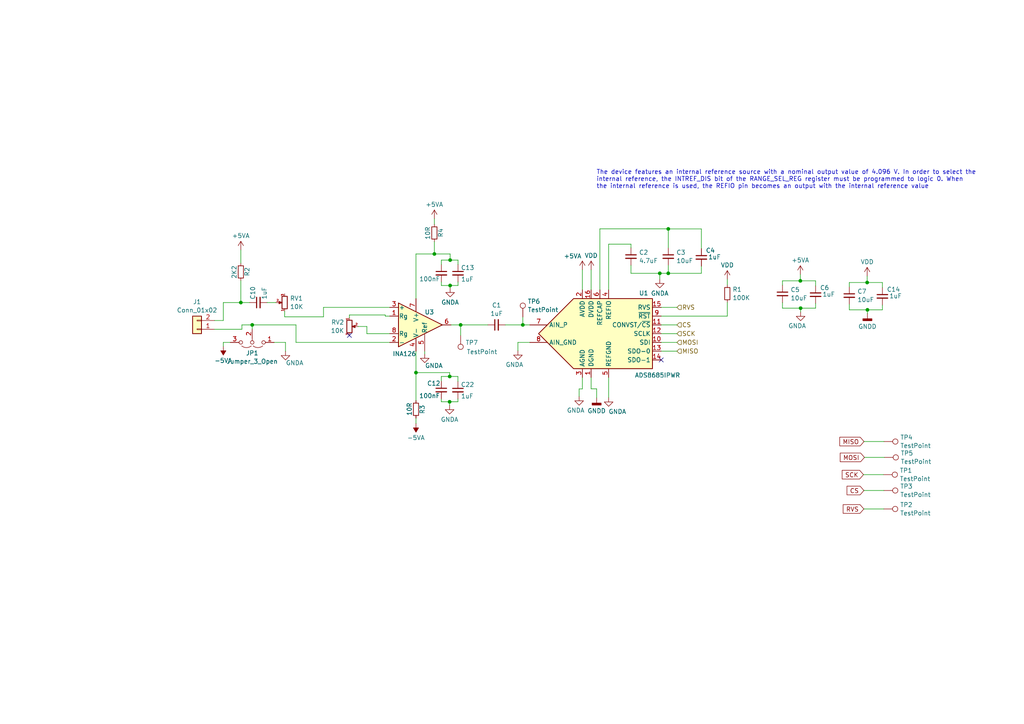
<source format=kicad_sch>
(kicad_sch
	(version 20231120)
	(generator "eeschema")
	(generator_version "8.0")
	(uuid "ef27df5d-7eac-4b67-91f3-1292099a66a8")
	(paper "A4")
	(lib_symbols
		(symbol "ADS8685IPWR:ADS8685IPWR"
			(exclude_from_sim no)
			(in_bom yes)
			(on_board yes)
			(property "Reference" "U1"
				(at 11.43 11.7602 0)
				(effects
					(font
						(size 1.27 1.27)
					)
				)
			)
			(property "Value" "ADS8685IPWR"
				(at 15.4432 -12.065 0)
				(effects
					(font
						(size 1.27 1.27)
					)
				)
			)
			(property "Footprint" "Package_SO:TSSOP-16_4.4x5mm_P0.65mm"
				(at 0 0 0)
				(effects
					(font
						(size 1.27 1.27)
					)
					(hide yes)
				)
			)
			(property "Datasheet" "http://www.ti.com/lit/ds/symlink/ads8681.pdf"
				(at 0 0 0)
				(effects
					(font
						(size 1.27 1.27)
					)
					(hide yes)
				)
			)
			(property "Description" ""
				(at 0 0 0)
				(effects
					(font
						(size 1.27 1.27)
					)
					(hide yes)
				)
			)
			(symbol "ADS8685IPWR_0_1"
				(polyline
					(pts
						(xy -8.89 10.16) (xy 13.97 10.16) (xy 13.97 -10.16) (xy -8.89 -10.16) (xy -19.05 0) (xy -8.89 10.16)
					)
					(stroke
						(width 0.254)
						(type default)
					)
					(fill
						(type background)
					)
				)
			)
			(symbol "ADS8685IPWR_1_1"
				(pin power_in line
					(at -3.81 -12.7 90)
					(length 2.54)
					(name "DGND"
						(effects
							(font
								(size 1.27 1.27)
							)
						)
					)
					(number "1"
						(effects
							(font
								(size 1.27 1.27)
							)
						)
					)
				)
				(pin input line
					(at 16.51 -2.54 180)
					(length 2.54)
					(name "SDI"
						(effects
							(font
								(size 1.27 1.27)
							)
						)
					)
					(number "10"
						(effects
							(font
								(size 1.27 1.27)
							)
						)
					)
				)
				(pin input line
					(at 16.51 2.54 180)
					(length 2.54)
					(name "CONVST/~{CS}"
						(effects
							(font
								(size 1.27 1.27)
							)
						)
					)
					(number "11"
						(effects
							(font
								(size 1.27 1.27)
							)
						)
					)
				)
				(pin input line
					(at 16.51 0 180)
					(length 2.54)
					(name "SCLK"
						(effects
							(font
								(size 1.27 1.27)
							)
						)
					)
					(number "12"
						(effects
							(font
								(size 1.27 1.27)
							)
						)
					)
				)
				(pin tri_state line
					(at 16.51 -5.08 180)
					(length 2.54)
					(name "SDO-0"
						(effects
							(font
								(size 1.27 1.27)
							)
						)
					)
					(number "13"
						(effects
							(font
								(size 1.27 1.27)
							)
						)
					)
				)
				(pin tri_state line
					(at 16.51 -7.62 180)
					(length 2.54)
					(name "SDO-1"
						(effects
							(font
								(size 1.27 1.27)
							)
						)
					)
					(number "14"
						(effects
							(font
								(size 1.27 1.27)
							)
						)
					)
				)
				(pin output line
					(at 16.51 7.62 180)
					(length 2.54)
					(name "RVS"
						(effects
							(font
								(size 1.27 1.27)
							)
						)
					)
					(number "15"
						(effects
							(font
								(size 1.27 1.27)
							)
						)
					)
				)
				(pin power_in line
					(at -3.81 12.7 270)
					(length 2.54)
					(name "DVDD"
						(effects
							(font
								(size 1.27 1.27)
							)
						)
					)
					(number "16"
						(effects
							(font
								(size 1.27 1.27)
							)
						)
					)
				)
				(pin power_in line
					(at -6.35 12.7 270)
					(length 2.54)
					(name "AVDD"
						(effects
							(font
								(size 1.27 1.27)
							)
						)
					)
					(number "2"
						(effects
							(font
								(size 1.27 1.27)
							)
						)
					)
				)
				(pin power_in line
					(at -6.35 -12.7 90)
					(length 2.54)
					(name "AGND"
						(effects
							(font
								(size 1.27 1.27)
							)
						)
					)
					(number "3"
						(effects
							(font
								(size 1.27 1.27)
							)
						)
					)
				)
				(pin passive line
					(at 1.27 12.7 270)
					(length 2.54)
					(name "REFIO"
						(effects
							(font
								(size 1.27 1.27)
							)
						)
					)
					(number "4"
						(effects
							(font
								(size 1.27 1.27)
							)
						)
					)
				)
				(pin power_in line
					(at 1.27 -12.7 90)
					(length 2.54)
					(name "REFGND"
						(effects
							(font
								(size 1.27 1.27)
							)
						)
					)
					(number "5"
						(effects
							(font
								(size 1.27 1.27)
							)
						)
					)
				)
				(pin power_in line
					(at -1.27 12.7 270)
					(length 2.54)
					(name "REFCAP"
						(effects
							(font
								(size 1.27 1.27)
							)
						)
					)
					(number "6"
						(effects
							(font
								(size 1.27 1.27)
							)
						)
					)
				)
				(pin input line
					(at -21.59 2.54 0)
					(length 5.08)
					(name "AIN_P"
						(effects
							(font
								(size 1.27 1.27)
							)
						)
					)
					(number "7"
						(effects
							(font
								(size 1.27 1.27)
							)
						)
					)
				)
				(pin input line
					(at -21.59 -2.54 0)
					(length 5.08)
					(name "AIN_GND"
						(effects
							(font
								(size 1.27 1.27)
							)
						)
					)
					(number "8"
						(effects
							(font
								(size 1.27 1.27)
							)
						)
					)
				)
				(pin input line
					(at 16.51 5.08 180)
					(length 2.54)
					(name "~{RST}"
						(effects
							(font
								(size 1.27 1.27)
							)
						)
					)
					(number "9"
						(effects
							(font
								(size 1.27 1.27)
							)
						)
					)
				)
			)
		)
		(symbol "Amplifier_Instrumentation:INA128"
			(pin_names
				(offset 0.127)
			)
			(exclude_from_sim no)
			(in_bom yes)
			(on_board yes)
			(property "Reference" "U"
				(at 3.81 3.175 0)
				(effects
					(font
						(size 1.27 1.27)
					)
					(justify left)
				)
			)
			(property "Value" "INA128"
				(at 3.81 -3.175 0)
				(effects
					(font
						(size 1.27 1.27)
					)
					(justify left)
				)
			)
			(property "Footprint" ""
				(at 2.54 0 0)
				(effects
					(font
						(size 1.27 1.27)
					)
					(hide yes)
				)
			)
			(property "Datasheet" "http://www.ti.com/lit/ds/symlink/ina128.pdf"
				(at 2.54 0 0)
				(effects
					(font
						(size 1.27 1.27)
					)
					(hide yes)
				)
			)
			(property "Description" "Precision, Low Power Instrumentation Amplifier G = 1 + 50kOhm/Rg, DIP-8/SOIC-8"
				(at 0 0 0)
				(effects
					(font
						(size 1.27 1.27)
					)
					(hide yes)
				)
			)
			(property "ki_keywords" "instrumentation opamp"
				(at 0 0 0)
				(effects
					(font
						(size 1.27 1.27)
					)
					(hide yes)
				)
			)
			(property "ki_fp_filters" "DIP*W7.62mm* SOIC*P1.27mm*"
				(at 0 0 0)
				(effects
					(font
						(size 1.27 1.27)
					)
					(hide yes)
				)
			)
			(symbol "INA128_0_1"
				(polyline
					(pts
						(xy 7.62 0) (xy -5.08 6.35) (xy -5.08 -6.35) (xy 7.62 0)
					)
					(stroke
						(width 0.254)
						(type default)
					)
					(fill
						(type background)
					)
				)
			)
			(symbol "INA128_1_1"
				(pin passive line
					(at -7.62 2.54 0)
					(length 2.54)
					(name "Rg"
						(effects
							(font
								(size 1.27 1.27)
							)
						)
					)
					(number "1"
						(effects
							(font
								(size 1.27 1.27)
							)
						)
					)
				)
				(pin input line
					(at -7.62 -5.08 0)
					(length 2.54)
					(name "-"
						(effects
							(font
								(size 1.27 1.27)
							)
						)
					)
					(number "2"
						(effects
							(font
								(size 1.27 1.27)
							)
						)
					)
				)
				(pin input line
					(at -7.62 5.08 0)
					(length 2.54)
					(name "+"
						(effects
							(font
								(size 1.27 1.27)
							)
						)
					)
					(number "3"
						(effects
							(font
								(size 1.27 1.27)
							)
						)
					)
				)
				(pin power_in line
					(at 0 -7.62 90)
					(length 3.81)
					(name "V-"
						(effects
							(font
								(size 1.27 1.27)
							)
						)
					)
					(number "4"
						(effects
							(font
								(size 1.27 1.27)
							)
						)
					)
				)
				(pin input line
					(at 2.54 -7.62 90)
					(length 5.08)
					(name "Ref"
						(effects
							(font
								(size 1.27 1.27)
							)
						)
					)
					(number "5"
						(effects
							(font
								(size 1.27 1.27)
							)
						)
					)
				)
				(pin output line
					(at 10.16 0 180)
					(length 2.54)
					(name "~"
						(effects
							(font
								(size 1.27 1.27)
							)
						)
					)
					(number "6"
						(effects
							(font
								(size 1.27 1.27)
							)
						)
					)
				)
				(pin power_in line
					(at 0 7.62 270)
					(length 3.81)
					(name "V+"
						(effects
							(font
								(size 1.27 1.27)
							)
						)
					)
					(number "7"
						(effects
							(font
								(size 1.27 1.27)
							)
						)
					)
				)
				(pin passive line
					(at -7.62 -2.54 0)
					(length 2.54)
					(name "Rg"
						(effects
							(font
								(size 1.27 1.27)
							)
						)
					)
					(number "8"
						(effects
							(font
								(size 1.27 1.27)
							)
						)
					)
				)
			)
		)
		(symbol "Connector:TestPoint"
			(pin_numbers hide)
			(pin_names
				(offset 0.762) hide)
			(exclude_from_sim no)
			(in_bom yes)
			(on_board yes)
			(property "Reference" "TP"
				(at 0 6.858 0)
				(effects
					(font
						(size 1.27 1.27)
					)
				)
			)
			(property "Value" "TestPoint"
				(at 0 5.08 0)
				(effects
					(font
						(size 1.27 1.27)
					)
				)
			)
			(property "Footprint" ""
				(at 5.08 0 0)
				(effects
					(font
						(size 1.27 1.27)
					)
					(hide yes)
				)
			)
			(property "Datasheet" "~"
				(at 5.08 0 0)
				(effects
					(font
						(size 1.27 1.27)
					)
					(hide yes)
				)
			)
			(property "Description" "test point"
				(at 0 0 0)
				(effects
					(font
						(size 1.27 1.27)
					)
					(hide yes)
				)
			)
			(property "ki_keywords" "test point tp"
				(at 0 0 0)
				(effects
					(font
						(size 1.27 1.27)
					)
					(hide yes)
				)
			)
			(property "ki_fp_filters" "Pin* Test*"
				(at 0 0 0)
				(effects
					(font
						(size 1.27 1.27)
					)
					(hide yes)
				)
			)
			(symbol "TestPoint_0_1"
				(circle
					(center 0 3.302)
					(radius 0.762)
					(stroke
						(width 0)
						(type default)
					)
					(fill
						(type none)
					)
				)
			)
			(symbol "TestPoint_1_1"
				(pin passive line
					(at 0 0 90)
					(length 2.54)
					(name "1"
						(effects
							(font
								(size 1.27 1.27)
							)
						)
					)
					(number "1"
						(effects
							(font
								(size 1.27 1.27)
							)
						)
					)
				)
			)
		)
		(symbol "Connector_Generic:Conn_01x02"
			(pin_names
				(offset 1.016) hide)
			(exclude_from_sim no)
			(in_bom yes)
			(on_board yes)
			(property "Reference" "J"
				(at 0 2.54 0)
				(effects
					(font
						(size 1.27 1.27)
					)
				)
			)
			(property "Value" "Conn_01x02"
				(at 0 -5.08 0)
				(effects
					(font
						(size 1.27 1.27)
					)
				)
			)
			(property "Footprint" ""
				(at 0 0 0)
				(effects
					(font
						(size 1.27 1.27)
					)
					(hide yes)
				)
			)
			(property "Datasheet" "~"
				(at 0 0 0)
				(effects
					(font
						(size 1.27 1.27)
					)
					(hide yes)
				)
			)
			(property "Description" "Generic connector, single row, 01x02, script generated (kicad-library-utils/schlib/autogen/connector/)"
				(at 0 0 0)
				(effects
					(font
						(size 1.27 1.27)
					)
					(hide yes)
				)
			)
			(property "ki_keywords" "connector"
				(at 0 0 0)
				(effects
					(font
						(size 1.27 1.27)
					)
					(hide yes)
				)
			)
			(property "ki_fp_filters" "Connector*:*_1x??_*"
				(at 0 0 0)
				(effects
					(font
						(size 1.27 1.27)
					)
					(hide yes)
				)
			)
			(symbol "Conn_01x02_1_1"
				(rectangle
					(start -1.27 -2.413)
					(end 0 -2.667)
					(stroke
						(width 0.1524)
						(type default)
					)
					(fill
						(type none)
					)
				)
				(rectangle
					(start -1.27 0.127)
					(end 0 -0.127)
					(stroke
						(width 0.1524)
						(type default)
					)
					(fill
						(type none)
					)
				)
				(rectangle
					(start -1.27 1.27)
					(end 1.27 -3.81)
					(stroke
						(width 0.254)
						(type default)
					)
					(fill
						(type background)
					)
				)
				(pin passive line
					(at -5.08 0 0)
					(length 3.81)
					(name "Pin_1"
						(effects
							(font
								(size 1.27 1.27)
							)
						)
					)
					(number "1"
						(effects
							(font
								(size 1.27 1.27)
							)
						)
					)
				)
				(pin passive line
					(at -5.08 -2.54 0)
					(length 3.81)
					(name "Pin_2"
						(effects
							(font
								(size 1.27 1.27)
							)
						)
					)
					(number "2"
						(effects
							(font
								(size 1.27 1.27)
							)
						)
					)
				)
			)
		)
		(symbol "Device:C_Small"
			(pin_numbers hide)
			(pin_names
				(offset 0.254) hide)
			(exclude_from_sim no)
			(in_bom yes)
			(on_board yes)
			(property "Reference" "C"
				(at 0.254 1.778 0)
				(effects
					(font
						(size 1.27 1.27)
					)
					(justify left)
				)
			)
			(property "Value" "C_Small"
				(at 0.254 -2.032 0)
				(effects
					(font
						(size 1.27 1.27)
					)
					(justify left)
				)
			)
			(property "Footprint" ""
				(at 0 0 0)
				(effects
					(font
						(size 1.27 1.27)
					)
					(hide yes)
				)
			)
			(property "Datasheet" "~"
				(at 0 0 0)
				(effects
					(font
						(size 1.27 1.27)
					)
					(hide yes)
				)
			)
			(property "Description" "Unpolarized capacitor, small symbol"
				(at 0 0 0)
				(effects
					(font
						(size 1.27 1.27)
					)
					(hide yes)
				)
			)
			(property "ki_keywords" "capacitor cap"
				(at 0 0 0)
				(effects
					(font
						(size 1.27 1.27)
					)
					(hide yes)
				)
			)
			(property "ki_fp_filters" "C_*"
				(at 0 0 0)
				(effects
					(font
						(size 1.27 1.27)
					)
					(hide yes)
				)
			)
			(symbol "C_Small_0_1"
				(polyline
					(pts
						(xy -1.524 -0.508) (xy 1.524 -0.508)
					)
					(stroke
						(width 0.3302)
						(type default)
					)
					(fill
						(type none)
					)
				)
				(polyline
					(pts
						(xy -1.524 0.508) (xy 1.524 0.508)
					)
					(stroke
						(width 0.3048)
						(type default)
					)
					(fill
						(type none)
					)
				)
			)
			(symbol "C_Small_1_1"
				(pin passive line
					(at 0 2.54 270)
					(length 2.032)
					(name "~"
						(effects
							(font
								(size 1.27 1.27)
							)
						)
					)
					(number "1"
						(effects
							(font
								(size 1.27 1.27)
							)
						)
					)
				)
				(pin passive line
					(at 0 -2.54 90)
					(length 2.032)
					(name "~"
						(effects
							(font
								(size 1.27 1.27)
							)
						)
					)
					(number "2"
						(effects
							(font
								(size 1.27 1.27)
							)
						)
					)
				)
			)
		)
		(symbol "Device:R_Potentiometer_Small"
			(pin_names
				(offset 1.016) hide)
			(exclude_from_sim no)
			(in_bom yes)
			(on_board yes)
			(property "Reference" "RV"
				(at -4.445 0 90)
				(effects
					(font
						(size 1.27 1.27)
					)
				)
			)
			(property "Value" "R_Potentiometer_Small"
				(at -2.54 0 90)
				(effects
					(font
						(size 1.27 1.27)
					)
				)
			)
			(property "Footprint" ""
				(at 0 0 0)
				(effects
					(font
						(size 1.27 1.27)
					)
					(hide yes)
				)
			)
			(property "Datasheet" "~"
				(at 0 0 0)
				(effects
					(font
						(size 1.27 1.27)
					)
					(hide yes)
				)
			)
			(property "Description" "Potentiometer"
				(at 0 0 0)
				(effects
					(font
						(size 1.27 1.27)
					)
					(hide yes)
				)
			)
			(property "ki_keywords" "resistor variable"
				(at 0 0 0)
				(effects
					(font
						(size 1.27 1.27)
					)
					(hide yes)
				)
			)
			(property "ki_fp_filters" "Potentiometer*"
				(at 0 0 0)
				(effects
					(font
						(size 1.27 1.27)
					)
					(hide yes)
				)
			)
			(symbol "R_Potentiometer_Small_0_1"
				(polyline
					(pts
						(xy 0.889 0) (xy 0.635 0) (xy 1.651 0.381) (xy 1.651 -0.381) (xy 0.635 0) (xy 0.889 0)
					)
					(stroke
						(width 0)
						(type default)
					)
					(fill
						(type outline)
					)
				)
				(rectangle
					(start 0.762 1.8034)
					(end -0.762 -1.8034)
					(stroke
						(width 0.254)
						(type default)
					)
					(fill
						(type none)
					)
				)
			)
			(symbol "R_Potentiometer_Small_1_1"
				(pin passive line
					(at 0 2.54 270)
					(length 0.635)
					(name "1"
						(effects
							(font
								(size 0.635 0.635)
							)
						)
					)
					(number "1"
						(effects
							(font
								(size 0.635 0.635)
							)
						)
					)
				)
				(pin passive line
					(at 2.54 0 180)
					(length 0.9906)
					(name "2"
						(effects
							(font
								(size 0.635 0.635)
							)
						)
					)
					(number "2"
						(effects
							(font
								(size 0.635 0.635)
							)
						)
					)
				)
				(pin passive line
					(at 0 -2.54 90)
					(length 0.635)
					(name "3"
						(effects
							(font
								(size 0.635 0.635)
							)
						)
					)
					(number "3"
						(effects
							(font
								(size 0.635 0.635)
							)
						)
					)
				)
			)
		)
		(symbol "Device:R_Small"
			(pin_numbers hide)
			(pin_names
				(offset 0.254) hide)
			(exclude_from_sim no)
			(in_bom yes)
			(on_board yes)
			(property "Reference" "R"
				(at 0.762 0.508 0)
				(effects
					(font
						(size 1.27 1.27)
					)
					(justify left)
				)
			)
			(property "Value" "R_Small"
				(at 0.762 -1.016 0)
				(effects
					(font
						(size 1.27 1.27)
					)
					(justify left)
				)
			)
			(property "Footprint" ""
				(at 0 0 0)
				(effects
					(font
						(size 1.27 1.27)
					)
					(hide yes)
				)
			)
			(property "Datasheet" "~"
				(at 0 0 0)
				(effects
					(font
						(size 1.27 1.27)
					)
					(hide yes)
				)
			)
			(property "Description" "Resistor, small symbol"
				(at 0 0 0)
				(effects
					(font
						(size 1.27 1.27)
					)
					(hide yes)
				)
			)
			(property "ki_keywords" "R resistor"
				(at 0 0 0)
				(effects
					(font
						(size 1.27 1.27)
					)
					(hide yes)
				)
			)
			(property "ki_fp_filters" "R_*"
				(at 0 0 0)
				(effects
					(font
						(size 1.27 1.27)
					)
					(hide yes)
				)
			)
			(symbol "R_Small_0_1"
				(rectangle
					(start -0.762 1.778)
					(end 0.762 -1.778)
					(stroke
						(width 0.2032)
						(type default)
					)
					(fill
						(type none)
					)
				)
			)
			(symbol "R_Small_1_1"
				(pin passive line
					(at 0 2.54 270)
					(length 0.762)
					(name "~"
						(effects
							(font
								(size 1.27 1.27)
							)
						)
					)
					(number "1"
						(effects
							(font
								(size 1.27 1.27)
							)
						)
					)
				)
				(pin passive line
					(at 0 -2.54 90)
					(length 0.762)
					(name "~"
						(effects
							(font
								(size 1.27 1.27)
							)
						)
					)
					(number "2"
						(effects
							(font
								(size 1.27 1.27)
							)
						)
					)
				)
			)
		)
		(symbol "Jumper:Jumper_3_Open"
			(pin_names
				(offset 0) hide)
			(exclude_from_sim yes)
			(in_bom no)
			(on_board yes)
			(property "Reference" "JP"
				(at -2.54 -2.54 0)
				(effects
					(font
						(size 1.27 1.27)
					)
				)
			)
			(property "Value" "Jumper_3_Open"
				(at 0 2.794 0)
				(effects
					(font
						(size 1.27 1.27)
					)
				)
			)
			(property "Footprint" ""
				(at 0 0 0)
				(effects
					(font
						(size 1.27 1.27)
					)
					(hide yes)
				)
			)
			(property "Datasheet" "~"
				(at 0 0 0)
				(effects
					(font
						(size 1.27 1.27)
					)
					(hide yes)
				)
			)
			(property "Description" "Jumper, 3-pole, both open"
				(at 0 0 0)
				(effects
					(font
						(size 1.27 1.27)
					)
					(hide yes)
				)
			)
			(property "ki_keywords" "Jumper SPDT"
				(at 0 0 0)
				(effects
					(font
						(size 1.27 1.27)
					)
					(hide yes)
				)
			)
			(property "ki_fp_filters" "Jumper* TestPoint*3Pads* TestPoint*Bridge*"
				(at 0 0 0)
				(effects
					(font
						(size 1.27 1.27)
					)
					(hide yes)
				)
			)
			(symbol "Jumper_3_Open_0_0"
				(circle
					(center -3.302 0)
					(radius 0.508)
					(stroke
						(width 0)
						(type default)
					)
					(fill
						(type none)
					)
				)
				(circle
					(center 0 0)
					(radius 0.508)
					(stroke
						(width 0)
						(type default)
					)
					(fill
						(type none)
					)
				)
				(circle
					(center 3.302 0)
					(radius 0.508)
					(stroke
						(width 0)
						(type default)
					)
					(fill
						(type none)
					)
				)
			)
			(symbol "Jumper_3_Open_0_1"
				(arc
					(start -0.254 1.016)
					(mid -1.651 1.4992)
					(end -3.048 1.016)
					(stroke
						(width 0)
						(type default)
					)
					(fill
						(type none)
					)
				)
				(polyline
					(pts
						(xy 0 -0.508) (xy 0 -1.27)
					)
					(stroke
						(width 0)
						(type default)
					)
					(fill
						(type none)
					)
				)
				(arc
					(start 3.048 1.016)
					(mid 1.651 1.4992)
					(end 0.254 1.016)
					(stroke
						(width 0)
						(type default)
					)
					(fill
						(type none)
					)
				)
			)
			(symbol "Jumper_3_Open_1_1"
				(pin passive line
					(at -6.35 0 0)
					(length 2.54)
					(name "A"
						(effects
							(font
								(size 1.27 1.27)
							)
						)
					)
					(number "1"
						(effects
							(font
								(size 1.27 1.27)
							)
						)
					)
				)
				(pin passive line
					(at 0 -3.81 90)
					(length 2.54)
					(name "C"
						(effects
							(font
								(size 1.27 1.27)
							)
						)
					)
					(number "2"
						(effects
							(font
								(size 1.27 1.27)
							)
						)
					)
				)
				(pin passive line
					(at 6.35 0 180)
					(length 2.54)
					(name "B"
						(effects
							(font
								(size 1.27 1.27)
							)
						)
					)
					(number "3"
						(effects
							(font
								(size 1.27 1.27)
							)
						)
					)
				)
			)
		)
		(symbol "power:+5VA"
			(power)
			(pin_names
				(offset 0)
			)
			(exclude_from_sim no)
			(in_bom yes)
			(on_board yes)
			(property "Reference" "#PWR"
				(at 0 -3.81 0)
				(effects
					(font
						(size 1.27 1.27)
					)
					(hide yes)
				)
			)
			(property "Value" "+5VA"
				(at 0 3.556 0)
				(effects
					(font
						(size 1.27 1.27)
					)
				)
			)
			(property "Footprint" ""
				(at 0 0 0)
				(effects
					(font
						(size 1.27 1.27)
					)
					(hide yes)
				)
			)
			(property "Datasheet" ""
				(at 0 0 0)
				(effects
					(font
						(size 1.27 1.27)
					)
					(hide yes)
				)
			)
			(property "Description" "Power symbol creates a global label with name \"+5VA\""
				(at 0 0 0)
				(effects
					(font
						(size 1.27 1.27)
					)
					(hide yes)
				)
			)
			(property "ki_keywords" "global power"
				(at 0 0 0)
				(effects
					(font
						(size 1.27 1.27)
					)
					(hide yes)
				)
			)
			(symbol "+5VA_0_1"
				(polyline
					(pts
						(xy -0.762 1.27) (xy 0 2.54)
					)
					(stroke
						(width 0)
						(type default)
					)
					(fill
						(type none)
					)
				)
				(polyline
					(pts
						(xy 0 0) (xy 0 2.54)
					)
					(stroke
						(width 0)
						(type default)
					)
					(fill
						(type none)
					)
				)
				(polyline
					(pts
						(xy 0 2.54) (xy 0.762 1.27)
					)
					(stroke
						(width 0)
						(type default)
					)
					(fill
						(type none)
					)
				)
			)
			(symbol "+5VA_1_1"
				(pin power_in line
					(at 0 0 90)
					(length 0) hide
					(name "+5VA"
						(effects
							(font
								(size 1.27 1.27)
							)
						)
					)
					(number "1"
						(effects
							(font
								(size 1.27 1.27)
							)
						)
					)
				)
			)
		)
		(symbol "power:-5VA"
			(power)
			(pin_names
				(offset 0)
			)
			(exclude_from_sim no)
			(in_bom yes)
			(on_board yes)
			(property "Reference" "#PWR"
				(at 0 2.54 0)
				(effects
					(font
						(size 1.27 1.27)
					)
					(hide yes)
				)
			)
			(property "Value" "-5VA"
				(at 0 3.81 0)
				(effects
					(font
						(size 1.27 1.27)
					)
				)
			)
			(property "Footprint" ""
				(at 0 0 0)
				(effects
					(font
						(size 1.27 1.27)
					)
					(hide yes)
				)
			)
			(property "Datasheet" ""
				(at 0 0 0)
				(effects
					(font
						(size 1.27 1.27)
					)
					(hide yes)
				)
			)
			(property "Description" "Power symbol creates a global label with name \"-5VA\""
				(at 0 0 0)
				(effects
					(font
						(size 1.27 1.27)
					)
					(hide yes)
				)
			)
			(property "ki_keywords" "global power"
				(at 0 0 0)
				(effects
					(font
						(size 1.27 1.27)
					)
					(hide yes)
				)
			)
			(symbol "-5VA_0_0"
				(pin power_in line
					(at 0 0 90)
					(length 0) hide
					(name "-5VA"
						(effects
							(font
								(size 1.27 1.27)
							)
						)
					)
					(number "1"
						(effects
							(font
								(size 1.27 1.27)
							)
						)
					)
				)
			)
			(symbol "-5VA_0_1"
				(polyline
					(pts
						(xy 0 0) (xy 0 1.27) (xy 0.762 1.27) (xy 0 2.54) (xy -0.762 1.27) (xy 0 1.27)
					)
					(stroke
						(width 0)
						(type default)
					)
					(fill
						(type outline)
					)
				)
			)
		)
		(symbol "power:GNDA"
			(power)
			(pin_names
				(offset 0)
			)
			(exclude_from_sim no)
			(in_bom yes)
			(on_board yes)
			(property "Reference" "#PWR"
				(at 0 -6.35 0)
				(effects
					(font
						(size 1.27 1.27)
					)
					(hide yes)
				)
			)
			(property "Value" "GNDA"
				(at 0 -3.81 0)
				(effects
					(font
						(size 1.27 1.27)
					)
				)
			)
			(property "Footprint" ""
				(at 0 0 0)
				(effects
					(font
						(size 1.27 1.27)
					)
					(hide yes)
				)
			)
			(property "Datasheet" ""
				(at 0 0 0)
				(effects
					(font
						(size 1.27 1.27)
					)
					(hide yes)
				)
			)
			(property "Description" "Power symbol creates a global label with name \"GNDA\" , analog ground"
				(at 0 0 0)
				(effects
					(font
						(size 1.27 1.27)
					)
					(hide yes)
				)
			)
			(property "ki_keywords" "global power"
				(at 0 0 0)
				(effects
					(font
						(size 1.27 1.27)
					)
					(hide yes)
				)
			)
			(symbol "GNDA_0_1"
				(polyline
					(pts
						(xy 0 0) (xy 0 -1.27) (xy 1.27 -1.27) (xy 0 -2.54) (xy -1.27 -1.27) (xy 0 -1.27)
					)
					(stroke
						(width 0)
						(type default)
					)
					(fill
						(type none)
					)
				)
			)
			(symbol "GNDA_1_1"
				(pin power_in line
					(at 0 0 270)
					(length 0) hide
					(name "GNDA"
						(effects
							(font
								(size 1.27 1.27)
							)
						)
					)
					(number "1"
						(effects
							(font
								(size 1.27 1.27)
							)
						)
					)
				)
			)
		)
		(symbol "power:GNDD"
			(power)
			(pin_names
				(offset 0)
			)
			(exclude_from_sim no)
			(in_bom yes)
			(on_board yes)
			(property "Reference" "#PWR"
				(at 0 -6.35 0)
				(effects
					(font
						(size 1.27 1.27)
					)
					(hide yes)
				)
			)
			(property "Value" "GNDD"
				(at 0 -3.175 0)
				(effects
					(font
						(size 1.27 1.27)
					)
				)
			)
			(property "Footprint" ""
				(at 0 0 0)
				(effects
					(font
						(size 1.27 1.27)
					)
					(hide yes)
				)
			)
			(property "Datasheet" ""
				(at 0 0 0)
				(effects
					(font
						(size 1.27 1.27)
					)
					(hide yes)
				)
			)
			(property "Description" "Power symbol creates a global label with name \"GNDD\" , digital ground"
				(at 0 0 0)
				(effects
					(font
						(size 1.27 1.27)
					)
					(hide yes)
				)
			)
			(property "ki_keywords" "global power"
				(at 0 0 0)
				(effects
					(font
						(size 1.27 1.27)
					)
					(hide yes)
				)
			)
			(symbol "GNDD_0_1"
				(rectangle
					(start -1.27 -1.524)
					(end 1.27 -2.032)
					(stroke
						(width 0.254)
						(type default)
					)
					(fill
						(type outline)
					)
				)
				(polyline
					(pts
						(xy 0 0) (xy 0 -1.524)
					)
					(stroke
						(width 0)
						(type default)
					)
					(fill
						(type none)
					)
				)
			)
			(symbol "GNDD_1_1"
				(pin power_in line
					(at 0 0 270)
					(length 0) hide
					(name "GNDD"
						(effects
							(font
								(size 1.27 1.27)
							)
						)
					)
					(number "1"
						(effects
							(font
								(size 1.27 1.27)
							)
						)
					)
				)
			)
		)
		(symbol "power:VDD"
			(power)
			(pin_names
				(offset 0)
			)
			(exclude_from_sim no)
			(in_bom yes)
			(on_board yes)
			(property "Reference" "#PWR"
				(at 0 -3.81 0)
				(effects
					(font
						(size 1.27 1.27)
					)
					(hide yes)
				)
			)
			(property "Value" "VDD"
				(at 0 3.81 0)
				(effects
					(font
						(size 1.27 1.27)
					)
				)
			)
			(property "Footprint" ""
				(at 0 0 0)
				(effects
					(font
						(size 1.27 1.27)
					)
					(hide yes)
				)
			)
			(property "Datasheet" ""
				(at 0 0 0)
				(effects
					(font
						(size 1.27 1.27)
					)
					(hide yes)
				)
			)
			(property "Description" "Power symbol creates a global label with name \"VDD\""
				(at 0 0 0)
				(effects
					(font
						(size 1.27 1.27)
					)
					(hide yes)
				)
			)
			(property "ki_keywords" "global power"
				(at 0 0 0)
				(effects
					(font
						(size 1.27 1.27)
					)
					(hide yes)
				)
			)
			(symbol "VDD_0_1"
				(polyline
					(pts
						(xy -0.762 1.27) (xy 0 2.54)
					)
					(stroke
						(width 0)
						(type default)
					)
					(fill
						(type none)
					)
				)
				(polyline
					(pts
						(xy 0 0) (xy 0 2.54)
					)
					(stroke
						(width 0)
						(type default)
					)
					(fill
						(type none)
					)
				)
				(polyline
					(pts
						(xy 0 2.54) (xy 0.762 1.27)
					)
					(stroke
						(width 0)
						(type default)
					)
					(fill
						(type none)
					)
				)
			)
			(symbol "VDD_1_1"
				(pin power_in line
					(at 0 0 90)
					(length 0) hide
					(name "VDD"
						(effects
							(font
								(size 1.27 1.27)
							)
						)
					)
					(number "1"
						(effects
							(font
								(size 1.27 1.27)
							)
						)
					)
				)
			)
		)
	)
	(junction
		(at 232.1328 81.4588)
		(diameter 0)
		(color 0 0 0 0)
		(uuid "01368dac-dcda-4fa8-914e-01e10f797efb")
	)
	(junction
		(at 133.604 94.234)
		(diameter 0)
		(color 0 0 0 0)
		(uuid "1b72bffc-c2dc-4715-8897-afe8b981b01e")
	)
	(junction
		(at 120.65 108.074)
		(diameter 0)
		(color 0 0 0 0)
		(uuid "247fba09-7be7-435b-a5b4-5fab0c2b9eed")
	)
	(junction
		(at 130.556 82.804)
		(diameter 0)
		(color 0 0 0 0)
		(uuid "3db14926-4eb4-4535-a471-963a8a7bd795")
	)
	(junction
		(at 73.152 94.234)
		(diameter 0)
		(color 0 0 0 0)
		(uuid "40d346da-f7fb-4b53-b146-e9a92997b80c")
	)
	(junction
		(at 130.429 109.1916)
		(diameter 0)
		(color 0 0 0 0)
		(uuid "426aa84a-b2df-49e9-a874-5dc1219fc263")
	)
	(junction
		(at 130.556 75.438)
		(diameter 0)
		(color 0 0 0 0)
		(uuid "5619f1f9-cf4e-4c62-b468-2b5c4c1a4626")
	)
	(junction
		(at 251.513 81.9414)
		(diameter 0)
		(color 0 0 0 0)
		(uuid "5fdca252-28cc-4845-b4b4-326b08bbec05")
	)
	(junction
		(at 151.638 94.234)
		(diameter 0)
		(color 0 0 0 0)
		(uuid "6d63cbc8-7b9d-4ac2-a628-0e7249097f8b")
	)
	(junction
		(at 251.5892 89.8662)
		(diameter 0)
		(color 0 0 0 0)
		(uuid "7449f303-a78e-4c57-b4d0-3841e8a3b087")
	)
	(junction
		(at 69.85 87.754)
		(diameter 0)
		(color 0 0 0 0)
		(uuid "85d4c5da-ed3f-4498-a725-6bddb178a53f")
	)
	(junction
		(at 232.209 89.3836)
		(diameter 0)
		(color 0 0 0 0)
		(uuid "8619478b-e5f0-4dc3-bf3b-e982b4eee5e8")
	)
	(junction
		(at 193.8274 79.2734)
		(diameter 0)
		(color 0 0 0 0)
		(uuid "93f47819-f50d-40cd-b295-f12887f5f856")
	)
	(junction
		(at 130.4036 116.5322)
		(diameter 0)
		(color 0 0 0 0)
		(uuid "9636e81d-b442-49f6-8494-bf561cb601de")
	)
	(junction
		(at 125.984 73.66)
		(diameter 0)
		(color 0 0 0 0)
		(uuid "a740a131-d106-4cf6-ade2-a6e1113ccc6f")
	)
	(junction
		(at 193.8274 66.3956)
		(diameter 0)
		(color 0 0 0 0)
		(uuid "b3c5f248-439e-476e-81b8-98fa78c03932")
	)
	(junction
		(at 191.3636 79.2734)
		(diameter 0)
		(color 0 0 0 0)
		(uuid "ca833db6-0a13-4cde-a80d-a57d7434b1b7")
	)
	(no_connect
		(at 101.346 97.282)
		(uuid "849e3281-3172-4ed3-983a-c6378b8802df")
	)
	(no_connect
		(at 191.77 104.394)
		(uuid "e7ce6377-043f-486e-99a8-081358cc67c5")
	)
	(wire
		(pts
			(xy 146.558 94.234) (xy 151.638 94.234)
		)
		(stroke
			(width 0)
			(type default)
		)
		(uuid "0480cbe2-6941-4439-90cc-72233c584842")
	)
	(wire
		(pts
			(xy 183.007 79.2734) (xy 191.3636 79.2734)
		)
		(stroke
			(width 0)
			(type default)
		)
		(uuid "06c35b3b-2ff8-4e8c-b520-5722c5eac4e5")
	)
	(wire
		(pts
			(xy 85.852 99.314) (xy 85.852 94.234)
		)
		(stroke
			(width 0)
			(type default)
		)
		(uuid "07f88d99-131a-43ef-bdcf-a121480d2113")
	)
	(wire
		(pts
			(xy 191.77 101.854) (xy 196.342 101.854)
		)
		(stroke
			(width 0)
			(type default)
		)
		(uuid "0b3db612-f666-4be8-939c-955ffcf66423")
	)
	(wire
		(pts
			(xy 132.8166 116.5322) (xy 132.8166 115.694)
		)
		(stroke
			(width 0)
			(type default)
		)
		(uuid "0db77fc0-471f-45f6-8f59-d93e3bb5ceb0")
	)
	(wire
		(pts
			(xy 125.984 63.4492) (xy 125.984 65.024)
		)
		(stroke
			(width 0)
			(type default)
		)
		(uuid "0e9f9363-ede8-4b64-88ca-a5909b7d03c2")
	)
	(wire
		(pts
			(xy 130.81 94.234) (xy 133.604 94.234)
		)
		(stroke
			(width 0)
			(type default)
		)
		(uuid "0f9b74c4-da19-4c51-b9dd-306808bfb6c9")
	)
	(wire
		(pts
			(xy 101.35 92.154) (xy 101.35 91.354)
		)
		(stroke
			(width 0)
			(type default)
		)
		(uuid "12fc3dfe-c434-4bda-b02a-06e996e44a41")
	)
	(wire
		(pts
			(xy 193.8274 76.962) (xy 193.8274 79.2734)
		)
		(stroke
			(width 0)
			(type default)
		)
		(uuid "130ec4bd-cc3a-4272-80a2-e912731ede82")
	)
	(wire
		(pts
			(xy 130.429 108.074) (xy 120.65 108.074)
		)
		(stroke
			(width 0)
			(type default)
		)
		(uuid "196b729c-c08b-4980-9e74-1789b3cefb18")
	)
	(wire
		(pts
			(xy 226.9512 81.4588) (xy 232.1328 81.4588)
		)
		(stroke
			(width 0)
			(type default)
		)
		(uuid "1a72f20f-3aa9-4402-a674-b27ff74a291b")
	)
	(wire
		(pts
			(xy 183.007 76.962) (xy 183.007 79.2734)
		)
		(stroke
			(width 0)
			(type default)
		)
		(uuid "204221b3-602b-48ff-92e7-5e21269d68c2")
	)
	(wire
		(pts
			(xy 125.984 70.104) (xy 125.984 73.66)
		)
		(stroke
			(width 0)
			(type default)
		)
		(uuid "2042df7f-d92d-4c7c-ae18-5a54016d625e")
	)
	(wire
		(pts
			(xy 69.85 87.754) (xy 72.39 87.754)
		)
		(stroke
			(width 0)
			(type default)
		)
		(uuid "22811659-f9cc-4a7a-91fc-b1de974d9a88")
	)
	(wire
		(pts
			(xy 73.152 94.234) (xy 73.152 95.504)
		)
		(stroke
			(width 0)
			(type default)
		)
		(uuid "22c1b0fb-ecb3-418d-8e41-c7f19807535f")
	)
	(wire
		(pts
			(xy 62.23 92.964) (xy 64.77 92.964)
		)
		(stroke
			(width 0)
			(type default)
		)
		(uuid "23fce333-174e-4b84-b90c-78a6bf488423")
	)
	(wire
		(pts
			(xy 70.1675 95.504) (xy 70.1675 94.234)
		)
		(stroke
			(width 0)
			(type default)
		)
		(uuid "25d0cf53-5d91-49e8-86fa-daf322f8fdee")
	)
	(wire
		(pts
			(xy 123.19 101.854) (xy 123.19 102.644)
		)
		(stroke
			(width 0)
			(type default)
		)
		(uuid "276f9b03-5fb9-43e5-a998-0ad0593fef28")
	)
	(wire
		(pts
			(xy 133.604 94.234) (xy 133.604 97.282)
		)
		(stroke
			(width 0)
			(type default)
		)
		(uuid "27efb82e-7e8d-4d5d-b0ba-6140a0cbef5e")
	)
	(wire
		(pts
			(xy 226.9512 89.3836) (xy 232.209 89.3836)
		)
		(stroke
			(width 0)
			(type default)
		)
		(uuid "2b0dae31-abfe-4cf5-9cd8-a7ec7a48d67c")
	)
	(wire
		(pts
			(xy 77.47 87.754) (xy 80.02 87.754)
		)
		(stroke
			(width 0)
			(type default)
		)
		(uuid "2bc11b68-b66e-4c9e-90c7-47019786511a")
	)
	(wire
		(pts
			(xy 120.65 108.074) (xy 120.65 116.1766)
		)
		(stroke
			(width 0)
			(type default)
		)
		(uuid "2d1b6c08-cea0-47d8-9e4b-44f9327404b3")
	)
	(wire
		(pts
			(xy 93.83 89.154) (xy 93.83 91.894)
		)
		(stroke
			(width 0)
			(type default)
		)
		(uuid "2dd5b0e8-cad5-454b-adef-5fa79b810bed")
	)
	(wire
		(pts
			(xy 106.41 94.694) (xy 103.89 94.694)
		)
		(stroke
			(width 0)
			(type default)
		)
		(uuid "2e0b38cc-4803-40be-bdce-91ddabfc577a")
	)
	(wire
		(pts
			(xy 120.65 101.854) (xy 120.65 108.074)
		)
		(stroke
			(width 0)
			(type default)
		)
		(uuid "301c6420-2dff-4175-826f-3c2b27876bfb")
	)
	(wire
		(pts
			(xy 85.852 94.234) (xy 73.152 94.234)
		)
		(stroke
			(width 0)
			(type default)
		)
		(uuid "30404adc-e214-490a-8db2-64d6a989e81c")
	)
	(wire
		(pts
			(xy 130.429 109.1916) (xy 130.429 108.074)
		)
		(stroke
			(width 0)
			(type default)
		)
		(uuid "30c269d5-c35c-48a3-a8d2-7e761dcb4d55")
	)
	(wire
		(pts
			(xy 171.45 109.474) (xy 171.45 112.776)
		)
		(stroke
			(width 0)
			(type default)
		)
		(uuid "30e3c04b-aa84-4cbf-a3ec-d82b4370c3bd")
	)
	(wire
		(pts
			(xy 246.3314 89.8662) (xy 251.5892 89.8662)
		)
		(stroke
			(width 0)
			(type default)
		)
		(uuid "331069b1-25eb-4ec2-b5b3-565e994a7be6")
	)
	(wire
		(pts
			(xy 128.016 81.788) (xy 128.016 82.804)
		)
		(stroke
			(width 0)
			(type default)
		)
		(uuid "33b5e769-bf9a-45d8-b640-874a6adb9f1b")
	)
	(wire
		(pts
			(xy 171.45 112.776) (xy 173.0502 112.776)
		)
		(stroke
			(width 0)
			(type default)
		)
		(uuid "35ed0bc6-209b-472f-b9f6-d3e3b6f41a4c")
	)
	(wire
		(pts
			(xy 191.3636 79.2734) (xy 191.3636 80.9498)
		)
		(stroke
			(width 0)
			(type default)
		)
		(uuid "39c50bd5-f4a7-4ae9-9227-dd44ef117cd5")
	)
	(wire
		(pts
			(xy 127.9906 110.5886) (xy 127.9906 109.1916)
		)
		(stroke
			(width 0)
			(type default)
		)
		(uuid "3abeeee3-05ab-48b8-8a6e-6626559c5ec0")
	)
	(wire
		(pts
			(xy 120.65 122.8314) (xy 120.65 121.2566)
		)
		(stroke
			(width 0)
			(type default)
		)
		(uuid "40677bc7-f506-4132-b552-122b20e42944")
	)
	(wire
		(pts
			(xy 127.9906 115.6686) (xy 127.9906 116.5322)
		)
		(stroke
			(width 0)
			(type default)
		)
		(uuid "4178a1f3-6832-4657-b3bf-26cfb83b821d")
	)
	(wire
		(pts
			(xy 132.8166 109.1916) (xy 132.8166 110.614)
		)
		(stroke
			(width 0)
			(type default)
		)
		(uuid "42068bd3-0350-480f-b412-27420c97384a")
	)
	(wire
		(pts
			(xy 168.91 112.8014) (xy 167.9702 112.8014)
		)
		(stroke
			(width 0)
			(type default)
		)
		(uuid "434f4b73-796a-4748-92fb-3d814d6939e5")
	)
	(wire
		(pts
			(xy 130.4036 116.5322) (xy 132.8166 116.5322)
		)
		(stroke
			(width 0)
			(type default)
		)
		(uuid "461711d8-2451-4936-b097-e8f62344b6d5")
	)
	(wire
		(pts
			(xy 128.016 76.708) (xy 128.016 75.438)
		)
		(stroke
			(width 0)
			(type default)
		)
		(uuid "46b74558-ce67-4740-bd51-f1a7f0c564ee")
	)
	(wire
		(pts
			(xy 113.03 96.774) (xy 106.41 96.774)
		)
		(stroke
			(width 0)
			(type default)
		)
		(uuid "47761e59-df22-49c8-aec2-84451e7aedc4")
	)
	(wire
		(pts
			(xy 246.3314 83.186) (xy 246.3314 81.9414)
		)
		(stroke
			(width 0)
			(type default)
		)
		(uuid "48a33442-525f-4951-8608-885c9b316fd2")
	)
	(wire
		(pts
			(xy 250.5456 147.6248) (xy 256.3368 147.6248)
		)
		(stroke
			(width 0)
			(type default)
		)
		(uuid "4953b25f-6bf8-465a-9402-37f8f28238ab")
	)
	(wire
		(pts
			(xy 251.5892 89.8662) (xy 251.5892 90.9584)
		)
		(stroke
			(width 0)
			(type default)
		)
		(uuid "4b2e6d83-fa1d-448a-b726-bbb31536dbb0")
	)
	(wire
		(pts
			(xy 128.016 75.438) (xy 130.556 75.438)
		)
		(stroke
			(width 0)
			(type default)
		)
		(uuid "4c7b32e6-d387-4526-a5f7-6b2127b3fda4")
	)
	(wire
		(pts
			(xy 64.77 99.314) (xy 66.802 99.314)
		)
		(stroke
			(width 0)
			(type default)
		)
		(uuid "4f2827c5-82d8-420d-ac83-00c24a71cabc")
	)
	(wire
		(pts
			(xy 232.1328 81.4588) (xy 236.5524 81.4588)
		)
		(stroke
			(width 0)
			(type default)
		)
		(uuid "51237565-7a35-4517-8275-d7a3d2f91eef")
	)
	(wire
		(pts
			(xy 246.3314 88.266) (xy 246.3314 89.8662)
		)
		(stroke
			(width 0)
			(type default)
		)
		(uuid "528aaf22-4f51-46b6-8bd1-f222a311c4f8")
	)
	(wire
		(pts
			(xy 183.007 70.8152) (xy 183.007 71.882)
		)
		(stroke
			(width 0)
			(type default)
		)
		(uuid "52a44fdd-2c0d-493b-b143-438f7db067a8")
	)
	(wire
		(pts
			(xy 132.842 75.438) (xy 132.842 76.708)
		)
		(stroke
			(width 0)
			(type default)
		)
		(uuid "53c1a0ad-e446-4b33-9536-c25c31d092b4")
	)
	(wire
		(pts
			(xy 191.77 96.774) (xy 196.342 96.774)
		)
		(stroke
			(width 0)
			(type default)
		)
		(uuid "54191b80-278f-4b0a-b2c1-09c08e0a225b")
	)
	(wire
		(pts
			(xy 130.429 109.1916) (xy 132.8166 109.1916)
		)
		(stroke
			(width 0)
			(type default)
		)
		(uuid "54ea9587-337d-4fe5-84d3-77d8631c9989")
	)
	(wire
		(pts
			(xy 151.638 94.234) (xy 153.67 94.234)
		)
		(stroke
			(width 0)
			(type default)
		)
		(uuid "56112e52-8628-4600-8136-107412f7d3cf")
	)
	(wire
		(pts
			(xy 127.9906 109.1916) (xy 130.429 109.1916)
		)
		(stroke
			(width 0)
			(type default)
		)
		(uuid "56b4ebe3-2fd1-4018-b425-594bdf6c977e")
	)
	(wire
		(pts
			(xy 93.83 89.154) (xy 113.03 89.154)
		)
		(stroke
			(width 0)
			(type default)
		)
		(uuid "59ecd4b9-b707-446d-9d16-6122aaa0483e")
	)
	(wire
		(pts
			(xy 128.016 82.804) (xy 130.556 82.804)
		)
		(stroke
			(width 0)
			(type default)
		)
		(uuid "5cd01514-5c01-489f-969f-d8ac1db3677c")
	)
	(wire
		(pts
			(xy 236.5524 89.3836) (xy 236.5524 88.012)
		)
		(stroke
			(width 0)
			(type default)
		)
		(uuid "5cddb61d-4564-4c1e-9729-b23fbb4913b0")
	)
	(wire
		(pts
			(xy 226.9512 82.7034) (xy 226.9512 81.4588)
		)
		(stroke
			(width 0)
			(type default)
		)
		(uuid "5e9bc3f5-d769-4058-93cf-94bc5bcb1c9c")
	)
	(wire
		(pts
			(xy 176.53 70.8152) (xy 183.007 70.8152)
		)
		(stroke
			(width 0)
			(type default)
		)
		(uuid "5ff162a6-3136-4810-abd7-1961085d8877")
	)
	(wire
		(pts
			(xy 64.77 100.454) (xy 64.77 99.314)
		)
		(stroke
			(width 0)
			(type default)
		)
		(uuid "65bfb331-a5e9-4edb-82b8-fabbd32ea33f")
	)
	(wire
		(pts
			(xy 133.604 94.234) (xy 141.478 94.234)
		)
		(stroke
			(width 0)
			(type default)
		)
		(uuid "66921b82-cb00-4d47-8c00-617a40e59e89")
	)
	(wire
		(pts
			(xy 151.638 91.948) (xy 151.638 94.234)
		)
		(stroke
			(width 0)
			(type default)
		)
		(uuid "679505f9-05bc-4dc1-86bc-a80f3abe051b")
	)
	(wire
		(pts
			(xy 113.03 99.314) (xy 85.852 99.314)
		)
		(stroke
			(width 0)
			(type default)
		)
		(uuid "6e45e7fe-ea54-4141-8ce5-0d810e0bad06")
	)
	(wire
		(pts
			(xy 93.83 91.894) (xy 82.56 91.894)
		)
		(stroke
			(width 0)
			(type default)
		)
		(uuid "6f75713e-2621-4a51-8175-b0b3a7f9a50a")
	)
	(wire
		(pts
			(xy 82.804 101.854) (xy 82.804 99.314)
		)
		(stroke
			(width 0)
			(type default)
		)
		(uuid "7040b74a-0188-4303-a528-a3e319315625")
	)
	(wire
		(pts
			(xy 191.3636 79.2734) (xy 193.8274 79.2734)
		)
		(stroke
			(width 0)
			(type default)
		)
		(uuid "70c21f43-7fc6-43ff-bb0b-fe9f6fc03135")
	)
	(wire
		(pts
			(xy 168.91 78.2574) (xy 168.91 84.074)
		)
		(stroke
			(width 0)
			(type default)
		)
		(uuid "71117b94-9402-44b2-b718-327f3fc88910")
	)
	(wire
		(pts
			(xy 64.77 87.754) (xy 64.77 92.964)
		)
		(stroke
			(width 0)
			(type default)
		)
		(uuid "71700b30-8688-4a59-a397-6bb058bb61aa")
	)
	(wire
		(pts
			(xy 193.8274 66.3956) (xy 193.8274 71.882)
		)
		(stroke
			(width 0)
			(type default)
		)
		(uuid "72872cb4-26e7-492a-9c64-1079fdc02f4e")
	)
	(wire
		(pts
			(xy 111.74 91.354) (xy 111.74 91.694)
		)
		(stroke
			(width 0)
			(type default)
		)
		(uuid "73265f08-de69-4d19-a011-45532fcf1071")
	)
	(wire
		(pts
			(xy 191.77 89.154) (xy 196.342 89.154)
		)
		(stroke
			(width 0)
			(type default)
		)
		(uuid "7974dfc6-13c1-421d-b663-5ea6b9638683")
	)
	(wire
		(pts
			(xy 210.947 91.694) (xy 210.947 87.7062)
		)
		(stroke
			(width 0)
			(type default)
		)
		(uuid "798220b3-6447-4c99-831a-43e5ee675757")
	)
	(wire
		(pts
			(xy 203.4286 79.2734) (xy 203.4286 77.1906)
		)
		(stroke
			(width 0)
			(type default)
		)
		(uuid "82a7a43f-de24-48be-b859-9dde28c52fb0")
	)
	(wire
		(pts
			(xy 226.9512 87.7834) (xy 226.9512 89.3836)
		)
		(stroke
			(width 0)
			(type default)
		)
		(uuid "844d8137-858f-48b6-a6fe-cc596ac46c0f")
	)
	(wire
		(pts
			(xy 251.513 80.0872) (xy 251.513 81.9414)
		)
		(stroke
			(width 0)
			(type default)
		)
		(uuid "8567c7ec-5e85-440d-990f-8c4e0f987b06")
	)
	(wire
		(pts
			(xy 255.9326 89.8662) (xy 255.9326 88.4946)
		)
		(stroke
			(width 0)
			(type default)
		)
		(uuid "861e93b4-d1fb-4e53-adff-9ab28e406358")
	)
	(wire
		(pts
			(xy 153.67 99.314) (xy 150.2156 99.314)
		)
		(stroke
			(width 0)
			(type default)
		)
		(uuid "87a57992-9c13-44c4-aacc-43cb89b02583")
	)
	(wire
		(pts
			(xy 101.35 91.354) (xy 111.74 91.354)
		)
		(stroke
			(width 0)
			(type default)
		)
		(uuid "88406881-0e05-4ffc-ad1e-edd4655c6e6e")
	)
	(wire
		(pts
			(xy 193.8274 66.3956) (xy 203.4286 66.3956)
		)
		(stroke
			(width 0)
			(type default)
		)
		(uuid "8ba06efd-1009-4280-9908-3c9d7365fa41")
	)
	(wire
		(pts
			(xy 130.556 73.66) (xy 130.556 75.438)
		)
		(stroke
			(width 0)
			(type default)
		)
		(uuid "903f7838-5eed-4da3-8385-b4ce4370372f")
	)
	(wire
		(pts
			(xy 193.8274 66.3702) (xy 193.8274 66.3956)
		)
		(stroke
			(width 0)
			(type default)
		)
		(uuid "921c40b2-7dcc-4ae7-b8a5-4521e080f234")
	)
	(wire
		(pts
			(xy 167.9702 112.8014) (xy 167.9702 114.9858)
		)
		(stroke
			(width 0)
			(type default)
		)
		(uuid "960444d0-2550-4c35-b1b4-fbf9fce3cc7b")
	)
	(wire
		(pts
			(xy 203.4286 66.3956) (xy 203.4286 72.1106)
		)
		(stroke
			(width 0)
			(type default)
		)
		(uuid "960c003b-616b-4790-b200-3705ab7c5ddf")
	)
	(wire
		(pts
			(xy 69.85 81.404) (xy 69.85 87.754)
		)
		(stroke
			(width 0)
			(type default)
		)
		(uuid "98ebd63d-72c1-4c14-95dd-bb877eb2f46c")
	)
	(wire
		(pts
			(xy 120.65 86.614) (xy 120.65 73.66)
		)
		(stroke
			(width 0)
			(type default)
		)
		(uuid "993a9c62-b6df-46f3-92d9-cc8af770db48")
	)
	(wire
		(pts
			(xy 191.77 99.314) (xy 196.342 99.314)
		)
		(stroke
			(width 0)
			(type default)
		)
		(uuid "994851a6-46d7-46c2-9f42-12e8e7093405")
	)
	(wire
		(pts
			(xy 255.9326 81.9414) (xy 255.9326 83.4146)
		)
		(stroke
			(width 0)
			(type default)
		)
		(uuid "9c68afba-4456-423e-bf74-85495d9bb0df")
	)
	(wire
		(pts
			(xy 251.513 81.9414) (xy 255.9326 81.9414)
		)
		(stroke
			(width 0)
			(type default)
		)
		(uuid "9ee7c8c5-61e7-4f3f-9a36-1980f9ad5a93")
	)
	(wire
		(pts
			(xy 82.56 91.894) (xy 82.56 90.294)
		)
		(stroke
			(width 0)
			(type default)
		)
		(uuid "a4aae94c-fe0e-474a-87ca-32b5376efb77")
	)
	(wire
		(pts
			(xy 232.1328 79.6046) (xy 232.1328 81.4588)
		)
		(stroke
			(width 0)
			(type default)
		)
		(uuid "a4cebf6d-04f1-4198-b06d-f6e41ff5f5b5")
	)
	(wire
		(pts
			(xy 150.2156 99.314) (xy 150.2156 101.727)
		)
		(stroke
			(width 0)
			(type default)
		)
		(uuid "a651e0c4-45b8-4ce7-89d0-041a241f4008")
	)
	(wire
		(pts
			(xy 232.209 89.3836) (xy 232.209 90.4758)
		)
		(stroke
			(width 0)
			(type default)
		)
		(uuid "b05683a4-6d1c-4834-802f-3e2a317ae97e")
	)
	(wire
		(pts
			(xy 246.3314 81.9414) (xy 251.513 81.9414)
		)
		(stroke
			(width 0)
			(type default)
		)
		(uuid "b3a2ca26-a698-4fbf-a499-13534d99e2c2")
	)
	(wire
		(pts
			(xy 173.99 66.3702) (xy 193.8274 66.3702)
		)
		(stroke
			(width 0)
			(type default)
		)
		(uuid "b3c71f2b-21f5-45bf-924d-5a772d64f559")
	)
	(wire
		(pts
			(xy 173.99 66.3702) (xy 173.99 84.074)
		)
		(stroke
			(width 0)
			(type default)
		)
		(uuid "b85f6a38-38c7-4ae5-bd97-d5adc134e597")
	)
	(wire
		(pts
			(xy 191.77 91.694) (xy 210.947 91.694)
		)
		(stroke
			(width 0)
			(type default)
		)
		(uuid "bf170f7a-b589-4238-8609-d11db1898881")
	)
	(wire
		(pts
			(xy 173.0502 112.776) (xy 173.0502 115.4176)
		)
		(stroke
			(width 0)
			(type default)
		)
		(uuid "bfe28a80-9dbb-4fac-8ba2-3e88e0f7c6ac")
	)
	(wire
		(pts
			(xy 120.65 73.66) (xy 125.984 73.66)
		)
		(stroke
			(width 0)
			(type default)
		)
		(uuid "c203ceaf-af64-49a5-b08d-a0d443619987")
	)
	(wire
		(pts
			(xy 106.41 96.774) (xy 106.41 94.694)
		)
		(stroke
			(width 0)
			(type default)
		)
		(uuid "c54d8630-0ebb-4d41-96c6-4536f96b8d31")
	)
	(wire
		(pts
			(xy 111.74 91.694) (xy 113.03 91.694)
		)
		(stroke
			(width 0)
			(type default)
		)
		(uuid "c56373f9-ffea-4ab2-9f55-51728c486ddd")
	)
	(wire
		(pts
			(xy 132.842 82.804) (xy 132.842 81.788)
		)
		(stroke
			(width 0)
			(type default)
		)
		(uuid "c60f6191-5c07-4d8b-96e7-65d6299a437f")
	)
	(wire
		(pts
			(xy 64.77 87.754) (xy 69.85 87.754)
		)
		(stroke
			(width 0)
			(type default)
		)
		(uuid "c82c4df7-583e-4a4d-aadf-c648247096ee")
	)
	(wire
		(pts
			(xy 127.9906 116.5322) (xy 130.4036 116.5322)
		)
		(stroke
			(width 0)
			(type default)
		)
		(uuid "cbcd1501-15cc-4ff8-82f8-0d45091a2772")
	)
	(wire
		(pts
			(xy 130.556 82.804) (xy 130.556 83.566)
		)
		(stroke
			(width 0)
			(type default)
		)
		(uuid "ce185b30-c247-4f31-876b-270e6826ecd7")
	)
	(wire
		(pts
			(xy 69.85 72.514) (xy 69.85 76.324)
		)
		(stroke
			(width 0)
			(type default)
		)
		(uuid "d19a7ccb-e9e8-4635-9f2d-ffeb5430c510")
	)
	(wire
		(pts
			(xy 130.556 75.438) (xy 132.842 75.438)
		)
		(stroke
			(width 0)
			(type default)
		)
		(uuid "d4f96074-d670-40d7-b95f-52c13448de16")
	)
	(wire
		(pts
			(xy 82.804 99.314) (xy 79.502 99.314)
		)
		(stroke
			(width 0)
			(type default)
		)
		(uuid "d65a82ac-3a67-4bc7-b39c-fa6c4375c515")
	)
	(wire
		(pts
			(xy 236.5524 81.4588) (xy 236.5524 82.932)
		)
		(stroke
			(width 0)
			(type default)
		)
		(uuid "d8d1fa96-ab31-4db7-9e75-8fd833eb45f6")
	)
	(wire
		(pts
			(xy 250.444 137.668) (xy 256.2352 137.668)
		)
		(stroke
			(width 0)
			(type default)
		)
		(uuid "dbcaf882-96a5-44f4-8150-bed3fce55c83")
	)
	(wire
		(pts
			(xy 130.556 82.804) (xy 132.842 82.804)
		)
		(stroke
			(width 0)
			(type default)
		)
		(uuid "de2f7f18-1b7c-4bf0-b370-242e6614e814")
	)
	(wire
		(pts
			(xy 193.8274 79.2734) (xy 203.4286 79.2734)
		)
		(stroke
			(width 0)
			(type default)
		)
		(uuid "e5b6c27d-295b-4808-a0ea-60af25ee9e9e")
	)
	(wire
		(pts
			(xy 210.947 81.026) (xy 210.947 82.6262)
		)
		(stroke
			(width 0)
			(type default)
		)
		(uuid "e6c6209a-80b5-48b5-8269-38416da356b7")
	)
	(wire
		(pts
			(xy 130.4036 116.5322) (xy 130.4036 117.5482)
		)
		(stroke
			(width 0)
			(type default)
		)
		(uuid "e8285b32-cf9a-4c90-a8a9-fc410282e22a")
	)
	(wire
		(pts
			(xy 168.91 109.474) (xy 168.91 112.8014)
		)
		(stroke
			(width 0)
			(type default)
		)
		(uuid "e8f19c75-0920-49bf-8efd-fae54e5d1e2b")
	)
	(wire
		(pts
			(xy 250.5964 128.0668) (xy 256.3876 128.0668)
		)
		(stroke
			(width 0)
			(type default)
		)
		(uuid "ee5fde1a-b221-4f47-ac5e-527739edf7fd")
	)
	(wire
		(pts
			(xy 250.7234 132.6642) (xy 256.5146 132.6642)
		)
		(stroke
			(width 0)
			(type default)
		)
		(uuid "f1bb09b6-beea-45b5-b61a-44da95422cfc")
	)
	(wire
		(pts
			(xy 171.45 78.2574) (xy 171.45 84.074)
		)
		(stroke
			(width 0)
			(type default)
		)
		(uuid "f222fa7c-4c19-40e4-b9f8-78b79516246f")
	)
	(wire
		(pts
			(xy 176.53 70.8152) (xy 176.53 84.074)
		)
		(stroke
			(width 0)
			(type default)
		)
		(uuid "f3735a88-43a9-4e9d-af4c-a4fbb5b533a9")
	)
	(wire
		(pts
			(xy 70.1675 94.234) (xy 73.152 94.234)
		)
		(stroke
			(width 0)
			(type default)
		)
		(uuid "f3e85bab-3f78-4cb8-89d3-5e19c85766be")
	)
	(wire
		(pts
			(xy 250.571 142.2654) (xy 256.3622 142.2654)
		)
		(stroke
			(width 0)
			(type default)
		)
		(uuid "f446659f-e741-411f-9c45-719d96a3e22f")
	)
	(wire
		(pts
			(xy 232.209 89.3836) (xy 236.5524 89.3836)
		)
		(stroke
			(width 0)
			(type default)
		)
		(uuid "f48962e9-3334-4bf8-adea-901754830233")
	)
	(wire
		(pts
			(xy 176.53 109.474) (xy 176.53 115.316)
		)
		(stroke
			(width 0)
			(type default)
		)
		(uuid "f6a76bf8-f8c7-41a0-ad7b-3d9b5b874498")
	)
	(wire
		(pts
			(xy 191.77 94.234) (xy 196.342 94.234)
		)
		(stroke
			(width 0)
			(type default)
		)
		(uuid "f8b2d40b-c595-4978-aeb3-cd3c6d11a7f3")
	)
	(wire
		(pts
			(xy 125.984 73.66) (xy 130.556 73.66)
		)
		(stroke
			(width 0)
			(type default)
		)
		(uuid "faf2c508-e75c-4c51-aa89-4b1162584fca")
	)
	(wire
		(pts
			(xy 62.23 95.504) (xy 70.1675 95.504)
		)
		(stroke
			(width 0)
			(type default)
		)
		(uuid "ff314404-b9fe-4421-9d1c-19a01622ef85")
	)
	(wire
		(pts
			(xy 251.5892 89.8662) (xy 255.9326 89.8662)
		)
		(stroke
			(width 0)
			(type default)
		)
		(uuid "ff99319b-3fcd-4b4b-8ec0-e75663d3000b")
	)
	(text "The device features an internal reference source with a nominal output value of 4.096 V. In order to select the\ninternal reference, the INTREF_DIS bit of the RANGE_SEL_REG register must be programmed to logic 0. When\nthe internal reference is used, the REFIO pin becomes an output with the internal reference value"
		(exclude_from_sim no)
		(at 172.974 54.864 0)
		(effects
			(font
				(size 1.27 1.27)
			)
			(justify left bottom)
		)
		(uuid "35a6d970-1fec-4d2b-a5ee-944cc6197b59")
	)
	(global_label "SCK"
		(shape input)
		(at 250.444 137.668 180)
		(fields_autoplaced yes)
		(effects
			(font
				(size 1.27 1.27)
			)
			(justify right)
		)
		(uuid "101c96be-ac8f-432b-9358-f3ea94cc32c6")
		(property "Intersheetrefs" "${INTERSHEET_REFS}"
			(at 243.7093 137.668 0)
			(effects
				(font
					(size 1.27 1.27)
				)
				(justify right)
				(hide yes)
			)
		)
	)
	(global_label "MOSI"
		(shape input)
		(at 250.7234 132.6642 180)
		(fields_autoplaced yes)
		(effects
			(font
				(size 1.27 1.27)
			)
			(justify right)
		)
		(uuid "2a5373c3-5009-41b6-8ab5-4da1556c5774")
		(property "Intersheetrefs" "${INTERSHEET_REFS}"
			(at 243.142 132.6642 0)
			(effects
				(font
					(size 1.27 1.27)
				)
				(justify right)
				(hide yes)
			)
		)
	)
	(global_label "MISO"
		(shape input)
		(at 250.5964 128.0668 180)
		(fields_autoplaced yes)
		(effects
			(font
				(size 1.27 1.27)
			)
			(justify right)
		)
		(uuid "4bd36b62-98b4-4494-9694-e02577da3880")
		(property "Intersheetrefs" "${INTERSHEET_REFS}"
			(at 243.015 128.0668 0)
			(effects
				(font
					(size 1.27 1.27)
				)
				(justify right)
				(hide yes)
			)
		)
	)
	(global_label "CS"
		(shape input)
		(at 250.571 142.2654 180)
		(fields_autoplaced yes)
		(effects
			(font
				(size 1.27 1.27)
			)
			(justify right)
		)
		(uuid "66c85dd1-6471-44f3-b8e2-3498c2358965")
		(property "Intersheetrefs" "${INTERSHEET_REFS}"
			(at 245.1063 142.2654 0)
			(effects
				(font
					(size 1.27 1.27)
				)
				(justify right)
				(hide yes)
			)
		)
	)
	(global_label "RVS"
		(shape input)
		(at 250.5456 147.6248 180)
		(fields_autoplaced yes)
		(effects
			(font
				(size 1.27 1.27)
			)
			(justify right)
		)
		(uuid "91446760-b100-47c1-96ad-9437a6f7b96c")
		(property "Intersheetrefs" "${INTERSHEET_REFS}"
			(at 243.9923 147.6248 0)
			(effects
				(font
					(size 1.27 1.27)
				)
				(justify right)
				(hide yes)
			)
		)
	)
	(hierarchical_label "CS"
		(shape input)
		(at 196.342 94.234 0)
		(effects
			(font
				(size 1.27 1.27)
			)
			(justify left)
		)
		(uuid "03a0c90a-63dc-4c74-8fba-fe78c5feb341")
	)
	(hierarchical_label "SCK"
		(shape input)
		(at 196.342 96.774 0)
		(effects
			(font
				(size 1.27 1.27)
			)
			(justify left)
		)
		(uuid "90d77a1c-6624-4ad1-a556-cfe5518f5f99")
	)
	(hierarchical_label "RVS"
		(shape input)
		(at 196.342 89.154 0)
		(effects
			(font
				(size 1.27 1.27)
			)
			(justify left)
		)
		(uuid "ab89894f-3b43-488a-892c-8f5290a08ac1")
	)
	(hierarchical_label "MISO"
		(shape input)
		(at 196.342 101.854 0)
		(effects
			(font
				(size 1.27 1.27)
			)
			(justify left)
		)
		(uuid "cf864622-1c3c-49bf-b613-c53a741fdbbb")
	)
	(hierarchical_label "MOSI"
		(shape input)
		(at 196.342 99.314 0)
		(effects
			(font
				(size 1.27 1.27)
			)
			(justify left)
		)
		(uuid "ebc67e4a-352c-4553-b0bd-7aa78e1863f0")
	)
	(symbol
		(lib_id "Device:R_Small")
		(at 69.85 78.864 0)
		(unit 1)
		(exclude_from_sim no)
		(in_bom yes)
		(on_board yes)
		(dnp no)
		(uuid "113214e2-3ffe-4c3b-98c6-477640e3b15e")
		(property "Reference" "R2"
			(at 71.6788 78.8132 90)
			(effects
				(font
					(size 1.27 1.27)
				)
			)
		)
		(property "Value" "2K2"
			(at 67.945 78.9148 90)
			(effects
				(font
					(size 1.27 1.27)
				)
			)
		)
		(property "Footprint" "Resistor_SMD:R_0603_1608Metric"
			(at 69.85 78.864 0)
			(effects
				(font
					(size 1.27 1.27)
				)
				(hide yes)
			)
		)
		(property "Datasheet" "~"
			(at 69.85 78.864 0)
			(effects
				(font
					(size 1.27 1.27)
				)
				(hide yes)
			)
		)
		(property "Description" "RES 10 OHM 1% 1/10W 0603"
			(at 69.85 78.864 0)
			(effects
				(font
					(size 1.27 1.27)
				)
				(hide yes)
			)
		)
		(property "Digi-Key_PN" "P2.2KGCT-ND"
			(at 69.85 78.864 0)
			(effects
				(font
					(size 1.27 1.27)
				)
				(hide yes)
			)
		)
		(property "Desc" "RES SMD 2.2K OHM 5% 1/10W 0603"
			(at 69.85 78.864 0)
			(effects
				(font
					(size 1.27 1.27)
				)
				(hide yes)
			)
		)
		(pin "1"
			(uuid "64859d09-e73c-469d-a40d-778f8877111e")
		)
		(pin "2"
			(uuid "095b8709-27d8-4a4c-b7be-68a4c313c671")
		)
		(instances
			(project "ADC_16bit_board_v0r0"
				(path "/8e32e40b-ffe6-4c0f-a79d-8b81109bf7e8/59de41d8-891b-49a7-95b9-b2cf45499a9d"
					(reference "R2")
					(unit 1)
				)
			)
		)
	)
	(symbol
		(lib_id "power:GNDA")
		(at 130.4036 117.5482 0)
		(unit 1)
		(exclude_from_sim no)
		(in_bom yes)
		(on_board yes)
		(dnp no)
		(fields_autoplaced yes)
		(uuid "140a44ec-ee03-4a09-8e3e-683593cecbb6")
		(property "Reference" "#PWR033"
			(at 130.4036 123.8982 0)
			(effects
				(font
					(size 1.27 1.27)
				)
				(hide yes)
			)
		)
		(property "Value" "GNDA"
			(at 130.4036 121.6813 0)
			(effects
				(font
					(size 1.27 1.27)
				)
			)
		)
		(property "Footprint" ""
			(at 130.4036 117.5482 0)
			(effects
				(font
					(size 1.27 1.27)
				)
				(hide yes)
			)
		)
		(property "Datasheet" ""
			(at 130.4036 117.5482 0)
			(effects
				(font
					(size 1.27 1.27)
				)
				(hide yes)
			)
		)
		(property "Description" ""
			(at 130.4036 117.5482 0)
			(effects
				(font
					(size 1.27 1.27)
				)
				(hide yes)
			)
		)
		(pin "1"
			(uuid "f09cea5a-9c64-4c64-8e57-15260c2a89cb")
		)
		(instances
			(project "ADC_16bit_board_v0r0"
				(path "/8e32e40b-ffe6-4c0f-a79d-8b81109bf7e8/59de41d8-891b-49a7-95b9-b2cf45499a9d"
					(reference "#PWR033")
					(unit 1)
				)
			)
		)
	)
	(symbol
		(lib_id "power:GNDA")
		(at 176.53 115.316 0)
		(unit 1)
		(exclude_from_sim no)
		(in_bom yes)
		(on_board yes)
		(dnp no)
		(uuid "1accff47-71e4-4406-b536-dcba42590e21")
		(property "Reference" "#PWR06"
			(at 176.53 121.666 0)
			(effects
				(font
					(size 1.27 1.27)
				)
				(hide yes)
			)
		)
		(property "Value" "GNDA"
			(at 179.07 119.38 0)
			(effects
				(font
					(size 1.27 1.27)
				)
			)
		)
		(property "Footprint" ""
			(at 176.53 115.316 0)
			(effects
				(font
					(size 1.27 1.27)
				)
				(hide yes)
			)
		)
		(property "Datasheet" ""
			(at 176.53 115.316 0)
			(effects
				(font
					(size 1.27 1.27)
				)
				(hide yes)
			)
		)
		(property "Description" ""
			(at 176.53 115.316 0)
			(effects
				(font
					(size 1.27 1.27)
				)
				(hide yes)
			)
		)
		(pin "1"
			(uuid "29f76e6b-667d-476f-b990-f4d9cea0090b")
		)
		(instances
			(project "ADC_16bit_board_v0r0"
				(path "/8e32e40b-ffe6-4c0f-a79d-8b81109bf7e8/59de41d8-891b-49a7-95b9-b2cf45499a9d"
					(reference "#PWR06")
					(unit 1)
				)
			)
		)
	)
	(symbol
		(lib_id "Device:R_Potentiometer_Small")
		(at 82.56 87.754 180)
		(unit 1)
		(exclude_from_sim no)
		(in_bom yes)
		(on_board yes)
		(dnp no)
		(fields_autoplaced yes)
		(uuid "2542ba70-5160-4be9-b286-bb44fcb62db2")
		(property "Reference" "RV1"
			(at 84.084 86.5418 0)
			(effects
				(font
					(size 1.27 1.27)
				)
				(justify right)
			)
		)
		(property "Value" "10K"
			(at 84.084 88.9661 0)
			(effects
				(font
					(size 1.27 1.27)
				)
				(justify right)
			)
		)
		(property "Footprint" "footprints:TRIM_PV37W103C01B00"
			(at 82.56 87.754 0)
			(effects
				(font
					(size 1.27 1.27)
				)
				(hide yes)
			)
		)
		(property "Datasheet" "~"
			(at 82.56 87.754 0)
			(effects
				(font
					(size 1.27 1.27)
				)
				(hide yes)
			)
		)
		(property "Description" "Potentiometer"
			(at 82.56 87.754 0)
			(effects
				(font
					(size 1.27 1.27)
				)
				(hide yes)
			)
		)
		(property "Desc" "TRIMMER 10K OHM 0.25W PC PIN TOP"
			(at 82.56 87.754 0)
			(effects
				(font
					(size 1.27 1.27)
				)
				(hide yes)
			)
		)
		(property "Digi-Key_PN" "490-2970-ND"
			(at 82.56 87.754 0)
			(effects
				(font
					(size 1.27 1.27)
				)
				(hide yes)
			)
		)
		(pin "2"
			(uuid "3e3fef12-b7ff-4aed-b88c-e50273054968")
		)
		(pin "1"
			(uuid "a26067d0-7402-4223-8c59-980fa2bbd294")
		)
		(pin "3"
			(uuid "807a3b92-7e91-4372-9fc0-09d866d03773")
		)
		(instances
			(project "ADC_16bit_board_v0r0"
				(path "/8e32e40b-ffe6-4c0f-a79d-8b81109bf7e8/59de41d8-891b-49a7-95b9-b2cf45499a9d"
					(reference "RV1")
					(unit 1)
				)
			)
		)
	)
	(symbol
		(lib_id "power:GNDD")
		(at 251.5892 90.9584 0)
		(unit 1)
		(exclude_from_sim no)
		(in_bom yes)
		(on_board yes)
		(dnp no)
		(fields_autoplaced yes)
		(uuid "284cad06-1943-48ed-82fa-3164b0f2e348")
		(property "Reference" "#PWR020"
			(at 251.5892 97.3084 0)
			(effects
				(font
					(size 1.27 1.27)
				)
				(hide yes)
			)
		)
		(property "Value" "GNDD"
			(at 251.5892 94.7105 0)
			(effects
				(font
					(size 1.27 1.27)
				)
			)
		)
		(property "Footprint" ""
			(at 251.5892 90.9584 0)
			(effects
				(font
					(size 1.27 1.27)
				)
				(hide yes)
			)
		)
		(property "Datasheet" ""
			(at 251.5892 90.9584 0)
			(effects
				(font
					(size 1.27 1.27)
				)
				(hide yes)
			)
		)
		(property "Description" ""
			(at 251.5892 90.9584 0)
			(effects
				(font
					(size 1.27 1.27)
				)
				(hide yes)
			)
		)
		(pin "1"
			(uuid "a71686a1-e4b0-45de-9c1a-d677c0a2d4b8")
		)
		(instances
			(project "ADC_16bit_board_v0r0"
				(path "/8e32e40b-ffe6-4c0f-a79d-8b81109bf7e8/59de41d8-891b-49a7-95b9-b2cf45499a9d"
					(reference "#PWR020")
					(unit 1)
				)
			)
		)
	)
	(symbol
		(lib_id "Device:C_Small")
		(at 127.9906 113.1286 0)
		(unit 1)
		(exclude_from_sim no)
		(in_bom yes)
		(on_board yes)
		(dnp no)
		(uuid "299dc3ab-996c-4b61-9da4-54a2ec4b888d")
		(property "Reference" "C12"
			(at 123.8504 111.1982 0)
			(effects
				(font
					(size 1.27 1.27)
				)
				(justify left)
			)
		)
		(property "Value" "100nF"
			(at 121.539 114.805 0)
			(effects
				(font
					(size 1.27 1.27)
				)
				(justify left)
			)
		)
		(property "Footprint" "Capacitor_SMD:C_0603_1608Metric"
			(at 127.9906 113.1286 0)
			(effects
				(font
					(size 1.27 1.27)
				)
				(hide yes)
			)
		)
		(property "Datasheet" "~"
			(at 127.9906 113.1286 0)
			(effects
				(font
					(size 1.27 1.27)
				)
				(hide yes)
			)
		)
		(property "Description" "CAP CER 0.1UF 50V X7R 0603"
			(at 127.9906 113.1286 0)
			(effects
				(font
					(size 1.27 1.27)
				)
				(hide yes)
			)
		)
		(property "Digi-Key_PN" "1276-1000-1-ND"
			(at 127.9906 113.1286 0)
			(effects
				(font
					(size 1.27 1.27)
				)
				(hide yes)
			)
		)
		(property "Desc" "CAP CER 0.1UF 50V X7R 0603"
			(at 127.9906 113.1286 0)
			(effects
				(font
					(size 1.27 1.27)
				)
				(hide yes)
			)
		)
		(pin "1"
			(uuid "731e7a48-07b8-46d2-ae7e-11405db274e1")
		)
		(pin "2"
			(uuid "0d4fe388-1df8-4bd4-82e7-bc7689a46573")
		)
		(instances
			(project "ADC_16bit_board_v0r0"
				(path "/8e32e40b-ffe6-4c0f-a79d-8b81109bf7e8/59de41d8-891b-49a7-95b9-b2cf45499a9d"
					(reference "C12")
					(unit 1)
				)
			)
		)
	)
	(symbol
		(lib_id "power:+5VA")
		(at 69.85 72.514 0)
		(unit 1)
		(exclude_from_sim no)
		(in_bom yes)
		(on_board yes)
		(dnp no)
		(fields_autoplaced yes)
		(uuid "2d549f0c-0f13-4eaa-a6b5-9596d6498d3a")
		(property "Reference" "#PWR08"
			(at 69.85 76.324 0)
			(effects
				(font
					(size 1.27 1.27)
				)
				(hide yes)
			)
		)
		(property "Value" "+5VA"
			(at 69.85 68.3809 0)
			(effects
				(font
					(size 1.27 1.27)
				)
			)
		)
		(property "Footprint" ""
			(at 69.85 72.514 0)
			(effects
				(font
					(size 1.27 1.27)
				)
				(hide yes)
			)
		)
		(property "Datasheet" ""
			(at 69.85 72.514 0)
			(effects
				(font
					(size 1.27 1.27)
				)
				(hide yes)
			)
		)
		(property "Description" ""
			(at 69.85 72.514 0)
			(effects
				(font
					(size 1.27 1.27)
				)
				(hide yes)
			)
		)
		(pin "1"
			(uuid "f5a4246a-4e16-4f54-b1cf-999b78120f8d")
		)
		(instances
			(project "ADC_16bit_board_v0r0"
				(path "/8e32e40b-ffe6-4c0f-a79d-8b81109bf7e8/59de41d8-891b-49a7-95b9-b2cf45499a9d"
					(reference "#PWR08")
					(unit 1)
				)
			)
		)
	)
	(symbol
		(lib_id "Connector:TestPoint")
		(at 151.638 91.948 0)
		(unit 1)
		(exclude_from_sim no)
		(in_bom yes)
		(on_board yes)
		(dnp no)
		(fields_autoplaced yes)
		(uuid "2ff78da4-6a04-4549-9753-9f346bee9c1f")
		(property "Reference" "TP6"
			(at 153.035 87.4339 0)
			(effects
				(font
					(size 1.27 1.27)
				)
				(justify left)
			)
		)
		(property "Value" "TestPoint"
			(at 153.035 89.8581 0)
			(effects
				(font
					(size 1.27 1.27)
				)
				(justify left)
			)
		)
		(property "Footprint" "TestPoint:TestPoint_Pad_2.0x2.0mm"
			(at 156.718 91.948 0)
			(effects
				(font
					(size 1.27 1.27)
				)
				(hide yes)
			)
		)
		(property "Datasheet" "~"
			(at 156.718 91.948 0)
			(effects
				(font
					(size 1.27 1.27)
				)
				(hide yes)
			)
		)
		(property "Description" ""
			(at 151.638 91.948 0)
			(effects
				(font
					(size 1.27 1.27)
				)
				(hide yes)
			)
		)
		(pin "1"
			(uuid "17ff2569-0ff3-4240-8cf3-c4c56ff36867")
		)
		(instances
			(project "ADC_16bit_board_v0r0"
				(path "/8e32e40b-ffe6-4c0f-a79d-8b81109bf7e8/59de41d8-891b-49a7-95b9-b2cf45499a9d"
					(reference "TP6")
					(unit 1)
				)
			)
		)
	)
	(symbol
		(lib_id "power:GNDA")
		(at 82.804 101.854 0)
		(unit 1)
		(exclude_from_sim no)
		(in_bom yes)
		(on_board yes)
		(dnp no)
		(uuid "33a3b7ec-53ad-419e-b6f3-ee9b4f0fd142")
		(property "Reference" "#PWR034"
			(at 82.804 108.204 0)
			(effects
				(font
					(size 1.27 1.27)
				)
				(hide yes)
			)
		)
		(property "Value" "GNDA"
			(at 85.471 105.2576 0)
			(effects
				(font
					(size 1.27 1.27)
				)
			)
		)
		(property "Footprint" ""
			(at 82.804 101.854 0)
			(effects
				(font
					(size 1.27 1.27)
				)
				(hide yes)
			)
		)
		(property "Datasheet" ""
			(at 82.804 101.854 0)
			(effects
				(font
					(size 1.27 1.27)
				)
				(hide yes)
			)
		)
		(property "Description" ""
			(at 82.804 101.854 0)
			(effects
				(font
					(size 1.27 1.27)
				)
				(hide yes)
			)
		)
		(pin "1"
			(uuid "22bdb2fd-634c-4c06-bed9-6b8f5792ab4d")
		)
		(instances
			(project "ADC_16bit_board_v0r0"
				(path "/8e32e40b-ffe6-4c0f-a79d-8b81109bf7e8/59de41d8-891b-49a7-95b9-b2cf45499a9d"
					(reference "#PWR034")
					(unit 1)
				)
			)
		)
	)
	(symbol
		(lib_id "Amplifier_Instrumentation:INA128")
		(at 120.65 94.234 0)
		(unit 1)
		(exclude_from_sim no)
		(in_bom yes)
		(on_board yes)
		(dnp no)
		(uuid "344e7136-aeed-4870-b592-ffb71e4dfd34")
		(property "Reference" "U3"
			(at 124.5362 90.5256 0)
			(effects
				(font
					(size 1.27 1.27)
				)
			)
		)
		(property "Value" "INA126"
			(at 117.2972 102.616 0)
			(effects
				(font
					(size 1.27 1.27)
				)
			)
		)
		(property "Footprint" "Package_SO:SOIC-8_3.9x4.9mm_P1.27mm"
			(at 123.19 94.234 0)
			(effects
				(font
					(size 1.27 1.27)
				)
				(hide yes)
			)
		)
		(property "Datasheet" "http://www.ti.com/lit/ds/symlink/ina128.pdf"
			(at 123.19 94.234 0)
			(effects
				(font
					(size 1.27 1.27)
				)
				(hide yes)
			)
		)
		(property "Description" "IC INST AMP 1 CIRCUIT 8SOIC"
			(at 120.65 94.234 0)
			(effects
				(font
					(size 1.27 1.27)
				)
				(hide yes)
			)
		)
		(property "Digi-Key_PN" "296-38946-1-ND"
			(at 120.65 94.234 0)
			(effects
				(font
					(size 1.27 1.27)
				)
				(hide yes)
			)
		)
		(property "Desc" "IC INST AMP 1 CIRCUIT 8SOIC"
			(at 120.65 94.234 0)
			(effects
				(font
					(size 1.27 1.27)
				)
				(hide yes)
			)
		)
		(pin "1"
			(uuid "b79d7940-4325-4ea1-ad2d-308843f27643")
		)
		(pin "2"
			(uuid "f52b308f-d0cb-40c5-afc2-5f08faa097c5")
		)
		(pin "3"
			(uuid "2dfa9a43-c959-46b8-88af-14e33d68290c")
		)
		(pin "4"
			(uuid "09e09f60-de4b-4309-9411-d097e97b4970")
		)
		(pin "5"
			(uuid "aa29d593-fc60-495e-88ec-4ca8f7c889e9")
		)
		(pin "6"
			(uuid "3af2aacf-8fec-4207-bd45-683b57e845dc")
		)
		(pin "7"
			(uuid "438958e5-d704-47b6-851a-c73330ec95de")
		)
		(pin "8"
			(uuid "fd7f9add-fd2e-4cc3-85ed-da007ee5aea7")
		)
		(instances
			(project "ADC_16bit_board_v0r0"
				(path "/8e32e40b-ffe6-4c0f-a79d-8b81109bf7e8/59de41d8-891b-49a7-95b9-b2cf45499a9d"
					(reference "U3")
					(unit 1)
				)
			)
		)
	)
	(symbol
		(lib_id "power:-5VA")
		(at 64.77 100.454 180)
		(unit 1)
		(exclude_from_sim no)
		(in_bom yes)
		(on_board yes)
		(dnp no)
		(fields_autoplaced yes)
		(uuid "3ddef53d-5718-4294-a3ef-9c3bc13a3538")
		(property "Reference" "#PWR07"
			(at 64.77 102.994 0)
			(effects
				(font
					(size 1.27 1.27)
				)
				(hide yes)
			)
		)
		(property "Value" "-5VA"
			(at 64.77 104.5871 0)
			(effects
				(font
					(size 1.27 1.27)
				)
			)
		)
		(property "Footprint" ""
			(at 64.77 100.454 0)
			(effects
				(font
					(size 1.27 1.27)
				)
				(hide yes)
			)
		)
		(property "Datasheet" ""
			(at 64.77 100.454 0)
			(effects
				(font
					(size 1.27 1.27)
				)
				(hide yes)
			)
		)
		(property "Description" ""
			(at 64.77 100.454 0)
			(effects
				(font
					(size 1.27 1.27)
				)
				(hide yes)
			)
		)
		(pin "1"
			(uuid "4b18a422-6629-477a-9540-ee941429d050")
		)
		(instances
			(project "ADC_16bit_board_v0r0"
				(path "/8e32e40b-ffe6-4c0f-a79d-8b81109bf7e8/59de41d8-891b-49a7-95b9-b2cf45499a9d"
					(reference "#PWR07")
					(unit 1)
				)
			)
		)
	)
	(symbol
		(lib_id "power:GNDA")
		(at 130.556 83.566 0)
		(unit 1)
		(exclude_from_sim no)
		(in_bom yes)
		(on_board yes)
		(dnp no)
		(fields_autoplaced yes)
		(uuid "3f147428-6afc-49f6-8aa0-adfdd10ecc0e")
		(property "Reference" "#PWR032"
			(at 130.556 89.916 0)
			(effects
				(font
					(size 1.27 1.27)
				)
				(hide yes)
			)
		)
		(property "Value" "GNDA"
			(at 130.556 87.6991 0)
			(effects
				(font
					(size 1.27 1.27)
				)
			)
		)
		(property "Footprint" ""
			(at 130.556 83.566 0)
			(effects
				(font
					(size 1.27 1.27)
				)
				(hide yes)
			)
		)
		(property "Datasheet" ""
			(at 130.556 83.566 0)
			(effects
				(font
					(size 1.27 1.27)
				)
				(hide yes)
			)
		)
		(property "Description" ""
			(at 130.556 83.566 0)
			(effects
				(font
					(size 1.27 1.27)
				)
				(hide yes)
			)
		)
		(pin "1"
			(uuid "4834049a-8bfb-4e1e-b3b0-01702747ddfa")
		)
		(instances
			(project "ADC_16bit_board_v0r0"
				(path "/8e32e40b-ffe6-4c0f-a79d-8b81109bf7e8/59de41d8-891b-49a7-95b9-b2cf45499a9d"
					(reference "#PWR032")
					(unit 1)
				)
			)
		)
	)
	(symbol
		(lib_id "Device:C_Small")
		(at 128.016 79.248 0)
		(unit 1)
		(exclude_from_sim no)
		(in_bom yes)
		(on_board yes)
		(dnp no)
		(uuid "40f7d918-02f6-47af-8268-f6ae97747341")
		(property "Reference" "C11"
			(at 123.8758 77.3176 0)
			(effects
				(font
					(size 1.27 1.27)
				)
				(justify left)
				(hide yes)
			)
		)
		(property "Value" "100nF"
			(at 121.5644 80.9244 0)
			(effects
				(font
					(size 1.27 1.27)
				)
				(justify left)
			)
		)
		(property "Footprint" "Capacitor_SMD:C_0603_1608Metric"
			(at 128.016 79.248 0)
			(effects
				(font
					(size 1.27 1.27)
				)
				(hide yes)
			)
		)
		(property "Datasheet" "~"
			(at 128.016 79.248 0)
			(effects
				(font
					(size 1.27 1.27)
				)
				(hide yes)
			)
		)
		(property "Description" "CAP CER 0.1UF 50V X7R 0603"
			(at 128.016 79.248 0)
			(effects
				(font
					(size 1.27 1.27)
				)
				(hide yes)
			)
		)
		(property "Digi-Key_PN" "1276-1000-1-ND"
			(at 128.016 79.248 0)
			(effects
				(font
					(size 1.27 1.27)
				)
				(hide yes)
			)
		)
		(property "Desc" "CAP CER 0.1UF 50V X7R 0603"
			(at 128.016 79.248 0)
			(effects
				(font
					(size 1.27 1.27)
				)
				(hide yes)
			)
		)
		(pin "1"
			(uuid "60ea3c37-9de1-4069-8b90-b0531adb330a")
		)
		(pin "2"
			(uuid "af850173-5d81-4af7-8485-eda822e1e988")
		)
		(instances
			(project "ADC_16bit_board_v0r0"
				(path "/8e32e40b-ffe6-4c0f-a79d-8b81109bf7e8/59de41d8-891b-49a7-95b9-b2cf45499a9d"
					(reference "C11")
					(unit 1)
				)
			)
		)
	)
	(symbol
		(lib_id "Device:R_Small")
		(at 125.984 67.564 0)
		(unit 1)
		(exclude_from_sim no)
		(in_bom yes)
		(on_board yes)
		(dnp no)
		(uuid "41ce06b5-7c08-4446-8264-f32f72d35325")
		(property "Reference" "R4"
			(at 127.8128 67.5132 90)
			(effects
				(font
					(size 1.27 1.27)
				)
			)
		)
		(property "Value" "10R"
			(at 124.079 67.6148 90)
			(effects
				(font
					(size 1.27 1.27)
				)
			)
		)
		(property "Footprint" "Resistor_SMD:R_0603_1608Metric"
			(at 125.984 67.564 0)
			(effects
				(font
					(size 1.27 1.27)
				)
				(hide yes)
			)
		)
		(property "Datasheet" "~"
			(at 125.984 67.564 0)
			(effects
				(font
					(size 1.27 1.27)
				)
				(hide yes)
			)
		)
		(property "Description" "RES 10 OHM 1% 1/10W 0603"
			(at 125.984 67.564 0)
			(effects
				(font
					(size 1.27 1.27)
				)
				(hide yes)
			)
		)
		(property "Digi-Key_PN" "RMCF0603FT10R0CT-ND"
			(at 125.984 67.564 0)
			(effects
				(font
					(size 1.27 1.27)
				)
				(hide yes)
			)
		)
		(property "Desc" "RES 10 OHM 1% 1/10W 0603"
			(at 125.984 67.564 0)
			(effects
				(font
					(size 1.27 1.27)
				)
				(hide yes)
			)
		)
		(pin "1"
			(uuid "7475614b-03da-4d09-b2d4-8097561317dc")
		)
		(pin "2"
			(uuid "2c94ed91-0256-43f8-b67c-8d0fec13f5a9")
		)
		(instances
			(project "ADC_16bit_board_v0r0"
				(path "/8e32e40b-ffe6-4c0f-a79d-8b81109bf7e8/59de41d8-891b-49a7-95b9-b2cf45499a9d"
					(reference "R4")
					(unit 1)
				)
			)
		)
	)
	(symbol
		(lib_id "Connector:TestPoint")
		(at 133.604 97.282 180)
		(unit 1)
		(exclude_from_sim no)
		(in_bom yes)
		(on_board yes)
		(dnp no)
		(uuid "4535032c-0c70-44e4-9c40-97667b33da63")
		(property "Reference" "TP7"
			(at 135.001 99.3719 0)
			(effects
				(font
					(size 1.27 1.27)
				)
				(justify right)
			)
		)
		(property "Value" "TestPoint"
			(at 135.3312 102.0501 0)
			(effects
				(font
					(size 1.27 1.27)
				)
				(justify right)
			)
		)
		(property "Footprint" "TestPoint:TestPoint_Pad_2.0x2.0mm"
			(at 128.524 97.282 0)
			(effects
				(font
					(size 1.27 1.27)
				)
				(hide yes)
			)
		)
		(property "Datasheet" "~"
			(at 128.524 97.282 0)
			(effects
				(font
					(size 1.27 1.27)
				)
				(hide yes)
			)
		)
		(property "Description" ""
			(at 133.604 97.282 0)
			(effects
				(font
					(size 1.27 1.27)
				)
				(hide yes)
			)
		)
		(pin "1"
			(uuid "73ced7dc-7cf2-45aa-8135-f3bffb40c9f1")
		)
		(instances
			(project "ADC_16bit_board_v0r0"
				(path "/8e32e40b-ffe6-4c0f-a79d-8b81109bf7e8/59de41d8-891b-49a7-95b9-b2cf45499a9d"
					(reference "TP7")
					(unit 1)
				)
			)
		)
	)
	(symbol
		(lib_id "power:VDD")
		(at 210.947 81.026 0)
		(unit 1)
		(exclude_from_sim no)
		(in_bom yes)
		(on_board yes)
		(dnp no)
		(fields_autoplaced yes)
		(uuid "52c1e97a-a50c-43e3-a7ce-10af5ac712e0")
		(property "Reference" "#PWR012"
			(at 210.947 84.836 0)
			(effects
				(font
					(size 1.27 1.27)
				)
				(hide yes)
			)
		)
		(property "Value" "VDD"
			(at 210.947 76.8929 0)
			(effects
				(font
					(size 1.27 1.27)
				)
			)
		)
		(property "Footprint" ""
			(at 210.947 81.026 0)
			(effects
				(font
					(size 1.27 1.27)
				)
				(hide yes)
			)
		)
		(property "Datasheet" ""
			(at 210.947 81.026 0)
			(effects
				(font
					(size 1.27 1.27)
				)
				(hide yes)
			)
		)
		(property "Description" ""
			(at 210.947 81.026 0)
			(effects
				(font
					(size 1.27 1.27)
				)
				(hide yes)
			)
		)
		(pin "1"
			(uuid "2c3cd883-1ff9-42d1-a051-fc2e2b096cde")
		)
		(instances
			(project "ADC_16bit_board_v0r0"
				(path "/8e32e40b-ffe6-4c0f-a79d-8b81109bf7e8/59de41d8-891b-49a7-95b9-b2cf45499a9d"
					(reference "#PWR012")
					(unit 1)
				)
			)
		)
	)
	(symbol
		(lib_id "Device:R_Small")
		(at 120.65 118.7166 0)
		(mirror x)
		(unit 1)
		(exclude_from_sim no)
		(in_bom yes)
		(on_board yes)
		(dnp no)
		(uuid "5c2f9380-a429-450d-acfb-f48b408be6c6")
		(property "Reference" "R3"
			(at 122.4788 118.7674 90)
			(effects
				(font
					(size 1.27 1.27)
				)
			)
		)
		(property "Value" "10R"
			(at 118.745 118.6658 90)
			(effects
				(font
					(size 1.27 1.27)
				)
			)
		)
		(property "Footprint" "Resistor_SMD:R_0603_1608Metric"
			(at 120.65 118.7166 0)
			(effects
				(font
					(size 1.27 1.27)
				)
				(hide yes)
			)
		)
		(property "Datasheet" "~"
			(at 120.65 118.7166 0)
			(effects
				(font
					(size 1.27 1.27)
				)
				(hide yes)
			)
		)
		(property "Description" "RES 10 OHM 1% 1/10W 0603"
			(at 120.65 118.7166 0)
			(effects
				(font
					(size 1.27 1.27)
				)
				(hide yes)
			)
		)
		(property "Digi-Key_PN" "RMCF0603FT10R0CT-ND"
			(at 120.65 118.7166 0)
			(effects
				(font
					(size 1.27 1.27)
				)
				(hide yes)
			)
		)
		(property "Desc" "RES 10 OHM 1% 1/10W 0603"
			(at 120.65 118.7166 0)
			(effects
				(font
					(size 1.27 1.27)
				)
				(hide yes)
			)
		)
		(pin "1"
			(uuid "9bc80421-def8-40fd-ac59-b8a1437b419c")
		)
		(pin "2"
			(uuid "0332547b-996b-438a-a00d-9f98673746b9")
		)
		(instances
			(project "ADC_16bit_board_v0r0"
				(path "/8e32e40b-ffe6-4c0f-a79d-8b81109bf7e8/59de41d8-891b-49a7-95b9-b2cf45499a9d"
					(reference "R3")
					(unit 1)
				)
			)
		)
	)
	(symbol
		(lib_id "Device:C_Small")
		(at 193.8274 74.422 0)
		(unit 1)
		(exclude_from_sim no)
		(in_bom yes)
		(on_board yes)
		(dnp no)
		(fields_autoplaced yes)
		(uuid "63b60a5a-2f4f-4417-8f4e-ab751b263759")
		(property "Reference" "C3"
			(at 196.1515 73.2162 0)
			(effects
				(font
					(size 1.27 1.27)
				)
				(justify left)
			)
		)
		(property "Value" "10uF"
			(at 196.1515 75.6404 0)
			(effects
				(font
					(size 1.27 1.27)
				)
				(justify left)
			)
		)
		(property "Footprint" "Capacitor_SMD:C_0603_1608Metric"
			(at 193.8274 74.422 0)
			(effects
				(font
					(size 1.27 1.27)
				)
				(hide yes)
			)
		)
		(property "Datasheet" "~"
			(at 193.8274 74.422 0)
			(effects
				(font
					(size 1.27 1.27)
				)
				(hide yes)
			)
		)
		(property "Description" ""
			(at 193.8274 74.422 0)
			(effects
				(font
					(size 1.27 1.27)
				)
				(hide yes)
			)
		)
		(property "Desc" "CAP CER 10UF 25V X5R 0603"
			(at 193.8274 74.422 0)
			(effects
				(font
					(size 1.27 1.27)
				)
				(hide yes)
			)
		)
		(property "Digi-Key_PN" "1276-1869-1-ND"
			(at 193.8274 74.422 0)
			(effects
				(font
					(size 1.27 1.27)
				)
				(hide yes)
			)
		)
		(pin "1"
			(uuid "04f8305b-15fb-4ecc-955d-e65458fd1bf6")
		)
		(pin "2"
			(uuid "baa83adb-cd80-440d-80a4-5c5c0a63192d")
		)
		(instances
			(project "ADC_16bit_board_v0r0"
				(path "/8e32e40b-ffe6-4c0f-a79d-8b81109bf7e8/59de41d8-891b-49a7-95b9-b2cf45499a9d"
					(reference "C3")
					(unit 1)
				)
			)
		)
	)
	(symbol
		(lib_id "Connector_Generic:Conn_01x02")
		(at 57.15 95.504 180)
		(unit 1)
		(exclude_from_sim no)
		(in_bom yes)
		(on_board yes)
		(dnp no)
		(fields_autoplaced yes)
		(uuid "6d0a5cb0-9514-4461-a2c5-0e7f33f28a16")
		(property "Reference" "J1"
			(at 57.15 87.5497 0)
			(effects
				(font
					(size 1.27 1.27)
				)
			)
		)
		(property "Value" "Conn_01x02"
			(at 57.15 89.9739 0)
			(effects
				(font
					(size 1.27 1.27)
				)
			)
		)
		(property "Footprint" "TerminalBlock_Phoenix:TerminalBlock_Phoenix_PT-1,5-2-3.5-H_1x02_P3.50mm_Horizontal"
			(at 57.15 95.504 0)
			(effects
				(font
					(size 1.27 1.27)
				)
				(hide yes)
			)
		)
		(property "Datasheet" "~"
			(at 57.15 95.504 0)
			(effects
				(font
					(size 1.27 1.27)
				)
				(hide yes)
			)
		)
		(property "Description" ""
			(at 57.15 95.504 0)
			(effects
				(font
					(size 1.27 1.27)
				)
				(hide yes)
			)
		)
		(property "Desc" "TERM BLK 2POS SIDE ENT 3.5MM PCB"
			(at 57.15 95.504 0)
			(effects
				(font
					(size 1.27 1.27)
				)
				(hide yes)
			)
		)
		(property "Digi-Key_PN" "277-1721-ND"
			(at 57.15 95.504 0)
			(effects
				(font
					(size 1.27 1.27)
				)
				(hide yes)
			)
		)
		(pin "1"
			(uuid "b1b22ac2-eea0-42ff-9e23-23ef051c17cc")
		)
		(pin "2"
			(uuid "410eb721-6a2d-4542-b8e4-7fc63eaa38ab")
		)
		(instances
			(project "ADC_16bit_board_v0r0"
				(path "/8e32e40b-ffe6-4c0f-a79d-8b81109bf7e8/59de41d8-891b-49a7-95b9-b2cf45499a9d"
					(reference "J1")
					(unit 1)
				)
			)
		)
	)
	(symbol
		(lib_id "power:VDD")
		(at 251.513 80.0872 0)
		(unit 1)
		(exclude_from_sim no)
		(in_bom yes)
		(on_board yes)
		(dnp no)
		(fields_autoplaced yes)
		(uuid "7afe7d90-9fb9-4266-a5c7-d3416e5a2b1e")
		(property "Reference" "#PWR017"
			(at 251.513 83.8972 0)
			(effects
				(font
					(size 1.27 1.27)
				)
				(hide yes)
			)
		)
		(property "Value" "VDD"
			(at 251.513 75.9541 0)
			(effects
				(font
					(size 1.27 1.27)
				)
			)
		)
		(property "Footprint" ""
			(at 251.513 80.0872 0)
			(effects
				(font
					(size 1.27 1.27)
				)
				(hide yes)
			)
		)
		(property "Datasheet" ""
			(at 251.513 80.0872 0)
			(effects
				(font
					(size 1.27 1.27)
				)
				(hide yes)
			)
		)
		(property "Description" ""
			(at 251.513 80.0872 0)
			(effects
				(font
					(size 1.27 1.27)
				)
				(hide yes)
			)
		)
		(pin "1"
			(uuid "30538115-9390-4e29-a04a-a3c480735239")
		)
		(instances
			(project "ADC_16bit_board_v0r0"
				(path "/8e32e40b-ffe6-4c0f-a79d-8b81109bf7e8/59de41d8-891b-49a7-95b9-b2cf45499a9d"
					(reference "#PWR017")
					(unit 1)
				)
			)
		)
	)
	(symbol
		(lib_id "power:+5VA")
		(at 232.1328 79.6046 0)
		(unit 1)
		(exclude_from_sim no)
		(in_bom yes)
		(on_board yes)
		(dnp no)
		(fields_autoplaced yes)
		(uuid "7cd0556a-3be0-4201-8e8e-ff69e5ce8195")
		(property "Reference" "#PWR013"
			(at 232.1328 83.4146 0)
			(effects
				(font
					(size 1.27 1.27)
				)
				(hide yes)
			)
		)
		(property "Value" "+5VA"
			(at 232.1328 75.4715 0)
			(effects
				(font
					(size 1.27 1.27)
				)
			)
		)
		(property "Footprint" ""
			(at 232.1328 79.6046 0)
			(effects
				(font
					(size 1.27 1.27)
				)
				(hide yes)
			)
		)
		(property "Datasheet" ""
			(at 232.1328 79.6046 0)
			(effects
				(font
					(size 1.27 1.27)
				)
				(hide yes)
			)
		)
		(property "Description" ""
			(at 232.1328 79.6046 0)
			(effects
				(font
					(size 1.27 1.27)
				)
				(hide yes)
			)
		)
		(pin "1"
			(uuid "76d11e4f-3caa-4961-821d-d09a9547c2fa")
		)
		(instances
			(project "ADC_16bit_board_v0r0"
				(path "/8e32e40b-ffe6-4c0f-a79d-8b81109bf7e8/59de41d8-891b-49a7-95b9-b2cf45499a9d"
					(reference "#PWR013")
					(unit 1)
				)
			)
		)
	)
	(symbol
		(lib_id "Connector:TestPoint")
		(at 256.3368 147.6248 270)
		(unit 1)
		(exclude_from_sim no)
		(in_bom yes)
		(on_board yes)
		(dnp no)
		(fields_autoplaced yes)
		(uuid "7d7a86bc-fd9c-4844-879d-2f4e3ab67868")
		(property "Reference" "TP2"
			(at 261.0358 146.4127 90)
			(effects
				(font
					(size 1.27 1.27)
				)
				(justify left)
			)
		)
		(property "Value" "TestPoint"
			(at 261.0358 148.8369 90)
			(effects
				(font
					(size 1.27 1.27)
				)
				(justify left)
			)
		)
		(property "Footprint" "TestPoint:TestPoint_Pad_2.0x2.0mm"
			(at 256.3368 152.7048 0)
			(effects
				(font
					(size 1.27 1.27)
				)
				(hide yes)
			)
		)
		(property "Datasheet" "~"
			(at 256.3368 152.7048 0)
			(effects
				(font
					(size 1.27 1.27)
				)
				(hide yes)
			)
		)
		(property "Description" ""
			(at 256.3368 147.6248 0)
			(effects
				(font
					(size 1.27 1.27)
				)
				(hide yes)
			)
		)
		(pin "1"
			(uuid "e6a0eedd-c25a-49f7-a1a0-009750162d92")
		)
		(instances
			(project "ADC_16bit_board_v0r0"
				(path "/8e32e40b-ffe6-4c0f-a79d-8b81109bf7e8/59de41d8-891b-49a7-95b9-b2cf45499a9d"
					(reference "TP2")
					(unit 1)
				)
			)
		)
	)
	(symbol
		(lib_id "Device:C_Small")
		(at 246.3314 85.726 0)
		(unit 1)
		(exclude_from_sim no)
		(in_bom yes)
		(on_board yes)
		(dnp no)
		(fields_autoplaced yes)
		(uuid "83240ace-2242-46e9-9e99-009a16172e5c")
		(property "Reference" "C7"
			(at 248.6555 84.5202 0)
			(effects
				(font
					(size 1.27 1.27)
				)
				(justify left)
			)
		)
		(property "Value" "10uF"
			(at 248.6555 86.9444 0)
			(effects
				(font
					(size 1.27 1.27)
				)
				(justify left)
			)
		)
		(property "Footprint" "Capacitor_SMD:C_0603_1608Metric"
			(at 246.3314 85.726 0)
			(effects
				(font
					(size 1.27 1.27)
				)
				(hide yes)
			)
		)
		(property "Datasheet" "~"
			(at 246.3314 85.726 0)
			(effects
				(font
					(size 1.27 1.27)
				)
				(hide yes)
			)
		)
		(property "Description" ""
			(at 246.3314 85.726 0)
			(effects
				(font
					(size 1.27 1.27)
				)
				(hide yes)
			)
		)
		(property "Desc" "CAP CER 10UF 25V X5R 0603"
			(at 246.3314 85.726 0)
			(effects
				(font
					(size 1.27 1.27)
				)
				(hide yes)
			)
		)
		(property "Digi-Key_PN" "1276-1869-1-ND"
			(at 246.3314 85.726 0)
			(effects
				(font
					(size 1.27 1.27)
				)
				(hide yes)
			)
		)
		(pin "1"
			(uuid "b6299e81-ed46-4b80-b3f1-14732462aa24")
		)
		(pin "2"
			(uuid "9d67c233-7a85-490a-80e3-5a699cd37704")
		)
		(instances
			(project "ADC_16bit_board_v0r0"
				(path "/8e32e40b-ffe6-4c0f-a79d-8b81109bf7e8/59de41d8-891b-49a7-95b9-b2cf45499a9d"
					(reference "C7")
					(unit 1)
				)
			)
		)
	)
	(symbol
		(lib_id "Device:C_Small")
		(at 226.9512 85.2434 0)
		(unit 1)
		(exclude_from_sim no)
		(in_bom yes)
		(on_board yes)
		(dnp no)
		(fields_autoplaced yes)
		(uuid "832b8372-d0e0-4837-98d1-4a0dddc3cd73")
		(property "Reference" "C5"
			(at 229.2753 84.0376 0)
			(effects
				(font
					(size 1.27 1.27)
				)
				(justify left)
			)
		)
		(property "Value" "10uF"
			(at 229.2753 86.4618 0)
			(effects
				(font
					(size 1.27 1.27)
				)
				(justify left)
			)
		)
		(property "Footprint" "Capacitor_SMD:C_0603_1608Metric"
			(at 226.9512 85.2434 0)
			(effects
				(font
					(size 1.27 1.27)
				)
				(hide yes)
			)
		)
		(property "Datasheet" "~"
			(at 226.9512 85.2434 0)
			(effects
				(font
					(size 1.27 1.27)
				)
				(hide yes)
			)
		)
		(property "Description" ""
			(at 226.9512 85.2434 0)
			(effects
				(font
					(size 1.27 1.27)
				)
				(hide yes)
			)
		)
		(property "Desc" "CAP CER 10UF 25V X5R 0603"
			(at 226.9512 85.2434 0)
			(effects
				(font
					(size 1.27 1.27)
				)
				(hide yes)
			)
		)
		(property "Digi-Key_PN" "1276-1869-1-ND"
			(at 226.9512 85.2434 0)
			(effects
				(font
					(size 1.27 1.27)
				)
				(hide yes)
			)
		)
		(pin "1"
			(uuid "e1c28941-f038-411a-9215-ad779b4fe38d")
		)
		(pin "2"
			(uuid "089b63d5-51b4-4012-9d59-34b278b3b972")
		)
		(instances
			(project "ADC_16bit_board_v0r0"
				(path "/8e32e40b-ffe6-4c0f-a79d-8b81109bf7e8/59de41d8-891b-49a7-95b9-b2cf45499a9d"
					(reference "C5")
					(unit 1)
				)
			)
		)
	)
	(symbol
		(lib_id "power:+5VA")
		(at 125.984 63.4492 0)
		(unit 1)
		(exclude_from_sim no)
		(in_bom yes)
		(on_board yes)
		(dnp no)
		(fields_autoplaced yes)
		(uuid "85a2daea-9bcb-477b-a390-6614c3b57858")
		(property "Reference" "#PWR021"
			(at 125.984 67.2592 0)
			(effects
				(font
					(size 1.27 1.27)
				)
				(hide yes)
			)
		)
		(property "Value" "+5VA"
			(at 125.984 59.3161 0)
			(effects
				(font
					(size 1.27 1.27)
				)
			)
		)
		(property "Footprint" ""
			(at 125.984 63.4492 0)
			(effects
				(font
					(size 1.27 1.27)
				)
				(hide yes)
			)
		)
		(property "Datasheet" ""
			(at 125.984 63.4492 0)
			(effects
				(font
					(size 1.27 1.27)
				)
				(hide yes)
			)
		)
		(property "Description" ""
			(at 125.984 63.4492 0)
			(effects
				(font
					(size 1.27 1.27)
				)
				(hide yes)
			)
		)
		(pin "1"
			(uuid "b9f0bf0f-721f-4443-8e35-0944e826c69b")
		)
		(instances
			(project "ADC_16bit_board_v0r0"
				(path "/8e32e40b-ffe6-4c0f-a79d-8b81109bf7e8/59de41d8-891b-49a7-95b9-b2cf45499a9d"
					(reference "#PWR021")
					(unit 1)
				)
			)
		)
	)
	(symbol
		(lib_id "Connector:TestPoint")
		(at 256.3876 128.0668 270)
		(unit 1)
		(exclude_from_sim no)
		(in_bom yes)
		(on_board yes)
		(dnp no)
		(fields_autoplaced yes)
		(uuid "8788cea6-a1da-4f07-9887-c91c967b6da0")
		(property "Reference" "TP4"
			(at 261.0866 126.8547 90)
			(effects
				(font
					(size 1.27 1.27)
				)
				(justify left)
			)
		)
		(property "Value" "TestPoint"
			(at 261.0866 129.2789 90)
			(effects
				(font
					(size 1.27 1.27)
				)
				(justify left)
			)
		)
		(property "Footprint" "TestPoint:TestPoint_Pad_2.0x2.0mm"
			(at 256.3876 133.1468 0)
			(effects
				(font
					(size 1.27 1.27)
				)
				(hide yes)
			)
		)
		(property "Datasheet" "~"
			(at 256.3876 133.1468 0)
			(effects
				(font
					(size 1.27 1.27)
				)
				(hide yes)
			)
		)
		(property "Description" ""
			(at 256.3876 128.0668 0)
			(effects
				(font
					(size 1.27 1.27)
				)
				(hide yes)
			)
		)
		(pin "1"
			(uuid "01c0a11a-102e-4c40-a26e-42cff1e70863")
		)
		(instances
			(project "ADC_16bit_board_v0r0"
				(path "/8e32e40b-ffe6-4c0f-a79d-8b81109bf7e8/59de41d8-891b-49a7-95b9-b2cf45499a9d"
					(reference "TP4")
					(unit 1)
				)
			)
		)
	)
	(symbol
		(lib_id "Device:C_Small")
		(at 236.5524 85.472 0)
		(unit 1)
		(exclude_from_sim no)
		(in_bom yes)
		(on_board yes)
		(dnp no)
		(uuid "8bc7f409-9d32-47dc-8e92-8b591a99740b")
		(property "Reference" "C6"
			(at 237.8224 83.4654 0)
			(effects
				(font
					(size 1.27 1.27)
				)
				(justify left)
			)
		)
		(property "Value" "1uF"
			(at 238.5336 85.3704 0)
			(effects
				(font
					(size 1.27 1.27)
				)
				(justify left)
			)
		)
		(property "Footprint" "Capacitor_SMD:C_0603_1608Metric"
			(at 236.5524 85.472 0)
			(effects
				(font
					(size 1.27 1.27)
				)
				(hide yes)
			)
		)
		(property "Datasheet" "~"
			(at 236.5524 85.472 0)
			(effects
				(font
					(size 1.27 1.27)
				)
				(hide yes)
			)
		)
		(property "Description" ""
			(at 236.5524 85.472 0)
			(effects
				(font
					(size 1.27 1.27)
				)
				(hide yes)
			)
		)
		(property "Desc" "CAP CER 1UF 16V X7R 0603"
			(at 236.5524 85.472 0)
			(effects
				(font
					(size 1.27 1.27)
				)
				(hide yes)
			)
		)
		(property "Digi-Key_PN" "1276-1019-1-ND"
			(at 236.5524 85.472 0)
			(effects
				(font
					(size 1.27 1.27)
				)
				(hide yes)
			)
		)
		(pin "1"
			(uuid "3845b034-67be-4099-bba4-4328173028da")
		)
		(pin "2"
			(uuid "0132b2c7-9afe-4ffb-9428-fa79ea5c15fb")
		)
		(instances
			(project "ADC_16bit_board_v0r0"
				(path "/8e32e40b-ffe6-4c0f-a79d-8b81109bf7e8/59de41d8-891b-49a7-95b9-b2cf45499a9d"
					(reference "C6")
					(unit 1)
				)
			)
		)
	)
	(symbol
		(lib_id "Device:C_Small")
		(at 74.93 87.754 90)
		(unit 1)
		(exclude_from_sim no)
		(in_bom yes)
		(on_board yes)
		(dnp no)
		(uuid "91fb2a91-38e0-4e95-ab3a-ef5eb1122c5d")
		(property "Reference" "C10"
			(at 73.3298 86.9158 0)
			(effects
				(font
					(size 1.27 1.27)
				)
				(justify left)
			)
		)
		(property "Value" "1uF"
			(at 76.6826 86.8904 0)
			(effects
				(font
					(size 1.27 1.27)
				)
				(justify left)
			)
		)
		(property "Footprint" "Capacitor_SMD:C_0603_1608Metric"
			(at 74.93 87.754 0)
			(effects
				(font
					(size 1.27 1.27)
				)
				(hide yes)
			)
		)
		(property "Datasheet" "~"
			(at 74.93 87.754 0)
			(effects
				(font
					(size 1.27 1.27)
				)
				(hide yes)
			)
		)
		(property "Description" "CAP CER 1UF 10V X7R 0603"
			(at 74.93 87.754 0)
			(effects
				(font
					(size 1.27 1.27)
				)
				(hide yes)
			)
		)
		(property "Digi-Key_PN" "1276-1019-1-ND"
			(at 74.93 87.754 0)
			(effects
				(font
					(size 1.27 1.27)
				)
				(hide yes)
			)
		)
		(property "Desc" "CAP CER 1UF 16V X7R 0603"
			(at 74.93 87.754 0)
			(effects
				(font
					(size 1.27 1.27)
				)
				(hide yes)
			)
		)
		(pin "1"
			(uuid "1e5eba5d-7ff8-426a-8084-e5b351ca10b3")
		)
		(pin "2"
			(uuid "f7f01072-937c-47c1-9c45-4953e8356717")
		)
		(instances
			(project "ADC_16bit_board_v0r0"
				(path "/8e32e40b-ffe6-4c0f-a79d-8b81109bf7e8/59de41d8-891b-49a7-95b9-b2cf45499a9d"
					(reference "C10")
					(unit 1)
				)
			)
		)
	)
	(symbol
		(lib_id "power:+5VA")
		(at 168.91 78.2574 0)
		(unit 1)
		(exclude_from_sim no)
		(in_bom yes)
		(on_board yes)
		(dnp no)
		(uuid "921f7b7a-37df-4cc4-8d21-b1abb1231c48")
		(property "Reference" "#PWR03"
			(at 168.91 82.0674 0)
			(effects
				(font
					(size 1.27 1.27)
				)
				(hide yes)
			)
		)
		(property "Value" "+5VA"
			(at 166.0906 74.2696 0)
			(effects
				(font
					(size 1.27 1.27)
				)
			)
		)
		(property "Footprint" ""
			(at 168.91 78.2574 0)
			(effects
				(font
					(size 1.27 1.27)
				)
				(hide yes)
			)
		)
		(property "Datasheet" ""
			(at 168.91 78.2574 0)
			(effects
				(font
					(size 1.27 1.27)
				)
				(hide yes)
			)
		)
		(property "Description" ""
			(at 168.91 78.2574 0)
			(effects
				(font
					(size 1.27 1.27)
				)
				(hide yes)
			)
		)
		(pin "1"
			(uuid "3ec5eaa2-b43f-4b31-a694-f0e22b463446")
		)
		(instances
			(project "ADC_16bit_board_v0r0"
				(path "/8e32e40b-ffe6-4c0f-a79d-8b81109bf7e8/59de41d8-891b-49a7-95b9-b2cf45499a9d"
					(reference "#PWR03")
					(unit 1)
				)
			)
		)
	)
	(symbol
		(lib_id "Device:C_Small")
		(at 183.007 74.422 0)
		(unit 1)
		(exclude_from_sim no)
		(in_bom yes)
		(on_board yes)
		(dnp no)
		(uuid "9c60bbbf-1aba-4961-8e70-5f214f9a18d4")
		(property "Reference" "C2"
			(at 185.3311 73.2162 0)
			(effects
				(font
					(size 1.27 1.27)
				)
				(justify left)
			)
		)
		(property "Value" "4.7uF"
			(at 185.3311 75.6404 0)
			(effects
				(font
					(size 1.27 1.27)
				)
				(justify left)
			)
		)
		(property "Footprint" "Capacitor_SMD:C_0603_1608Metric"
			(at 183.007 74.422 0)
			(effects
				(font
					(size 1.27 1.27)
				)
				(hide yes)
			)
		)
		(property "Datasheet" "~"
			(at 183.007 74.422 0)
			(effects
				(font
					(size 1.27 1.27)
				)
				(hide yes)
			)
		)
		(property "Description" ""
			(at 183.007 74.422 0)
			(effects
				(font
					(size 1.27 1.27)
				)
				(hide yes)
			)
		)
		(property "Desc" "CAP CER 4.7UF 16V X5R 0603"
			(at 183.007 74.422 0)
			(effects
				(font
					(size 1.27 1.27)
				)
				(hide yes)
			)
		)
		(property "Digi-Key_PN" "1276-1784-1-ND"
			(at 183.007 74.422 0)
			(effects
				(font
					(size 1.27 1.27)
				)
				(hide yes)
			)
		)
		(pin "1"
			(uuid "b02a6921-aeb9-4958-a7a1-14d76f0373ca")
		)
		(pin "2"
			(uuid "466744be-5f28-4cda-aaa8-8fcc563a5607")
		)
		(instances
			(project "ADC_16bit_board_v0r0"
				(path "/8e32e40b-ffe6-4c0f-a79d-8b81109bf7e8/59de41d8-891b-49a7-95b9-b2cf45499a9d"
					(reference "C2")
					(unit 1)
				)
			)
		)
	)
	(symbol
		(lib_id "Device:C_Small")
		(at 132.8166 113.154 0)
		(unit 1)
		(exclude_from_sim no)
		(in_bom yes)
		(on_board yes)
		(dnp no)
		(uuid "ad45ba07-0eae-4a8a-9413-00ad4bd45f97")
		(property "Reference" "C22"
			(at 133.6548 111.5538 0)
			(effects
				(font
					(size 1.27 1.27)
				)
				(justify left)
			)
		)
		(property "Value" "1uF"
			(at 133.6802 114.9066 0)
			(effects
				(font
					(size 1.27 1.27)
				)
				(justify left)
			)
		)
		(property "Footprint" "Capacitor_SMD:C_0603_1608Metric"
			(at 132.8166 113.154 0)
			(effects
				(font
					(size 1.27 1.27)
				)
				(hide yes)
			)
		)
		(property "Datasheet" "~"
			(at 132.8166 113.154 0)
			(effects
				(font
					(size 1.27 1.27)
				)
				(hide yes)
			)
		)
		(property "Description" "CAP CER 1UF 10V X7R 0603"
			(at 132.8166 113.154 0)
			(effects
				(font
					(size 1.27 1.27)
				)
				(hide yes)
			)
		)
		(property "Digi-Key_PN" "1276-1019-1-ND"
			(at 132.8166 113.154 0)
			(effects
				(font
					(size 1.27 1.27)
				)
				(hide yes)
			)
		)
		(property "Desc" "CAP CER 1UF 16V X7R 0603"
			(at 132.8166 113.154 0)
			(effects
				(font
					(size 1.27 1.27)
				)
				(hide yes)
			)
		)
		(pin "1"
			(uuid "f7f6b535-6638-4a18-a9ae-da024b7f7a5b")
		)
		(pin "2"
			(uuid "adf35e85-96fa-4bc3-9bc1-bf967c8313a4")
		)
		(instances
			(project "ADC_16bit_board_v0r0"
				(path "/8e32e40b-ffe6-4c0f-a79d-8b81109bf7e8/59de41d8-891b-49a7-95b9-b2cf45499a9d"
					(reference "C22")
					(unit 1)
				)
			)
		)
	)
	(symbol
		(lib_id "power:GNDA")
		(at 232.209 90.4758 0)
		(unit 1)
		(exclude_from_sim no)
		(in_bom yes)
		(on_board yes)
		(dnp no)
		(uuid "ae778854-4eb5-49f7-a0bb-75c41934e2ab")
		(property "Reference" "#PWR016"
			(at 232.209 96.8258 0)
			(effects
				(font
					(size 1.27 1.27)
				)
				(hide yes)
			)
		)
		(property "Value" "GNDA"
			(at 231.2184 94.5144 0)
			(effects
				(font
					(size 1.27 1.27)
				)
			)
		)
		(property "Footprint" ""
			(at 232.209 90.4758 0)
			(effects
				(font
					(size 1.27 1.27)
				)
				(hide yes)
			)
		)
		(property "Datasheet" ""
			(at 232.209 90.4758 0)
			(effects
				(font
					(size 1.27 1.27)
				)
				(hide yes)
			)
		)
		(property "Description" ""
			(at 232.209 90.4758 0)
			(effects
				(font
					(size 1.27 1.27)
				)
				(hide yes)
			)
		)
		(pin "1"
			(uuid "6c419944-6808-430b-b7ad-7bd162e4c3b3")
		)
		(instances
			(project "ADC_16bit_board_v0r0"
				(path "/8e32e40b-ffe6-4c0f-a79d-8b81109bf7e8/59de41d8-891b-49a7-95b9-b2cf45499a9d"
					(reference "#PWR016")
					(unit 1)
				)
			)
		)
	)
	(symbol
		(lib_id "Device:R_Small")
		(at 210.947 85.1662 0)
		(unit 1)
		(exclude_from_sim no)
		(in_bom yes)
		(on_board yes)
		(dnp no)
		(fields_autoplaced yes)
		(uuid "bd7ec8e5-e264-40cd-bd2f-d200d2cc84e7")
		(property "Reference" "R1"
			(at 212.4456 83.9541 0)
			(effects
				(font
					(size 1.27 1.27)
				)
				(justify left)
			)
		)
		(property "Value" "100K"
			(at 212.4456 86.3783 0)
			(effects
				(font
					(size 1.27 1.27)
				)
				(justify left)
			)
		)
		(property "Footprint" "Resistor_SMD:R_0603_1608Metric"
			(at 210.947 85.1662 0)
			(effects
				(font
					(size 1.27 1.27)
				)
				(hide yes)
			)
		)
		(property "Datasheet" "~"
			(at 210.947 85.1662 0)
			(effects
				(font
					(size 1.27 1.27)
				)
				(hide yes)
			)
		)
		(property "Description" ""
			(at 210.947 85.1662 0)
			(effects
				(font
					(size 1.27 1.27)
				)
				(hide yes)
			)
		)
		(property "Desc" "RES 100K OHM 1% 1/10W 0603"
			(at 210.947 85.1662 0)
			(effects
				(font
					(size 1.27 1.27)
				)
				(hide yes)
			)
		)
		(property "Digi-Key_PN" "RMCF0603FT100KCT-ND"
			(at 210.947 85.1662 0)
			(effects
				(font
					(size 1.27 1.27)
				)
				(hide yes)
			)
		)
		(pin "1"
			(uuid "4919f25b-3887-478b-b1c2-00e6611a2a67")
		)
		(pin "2"
			(uuid "ae62bfd3-fb4e-49dc-8a9e-40517a34e61d")
		)
		(instances
			(project "ADC_16bit_board_v0r0"
				(path "/8e32e40b-ffe6-4c0f-a79d-8b81109bf7e8/59de41d8-891b-49a7-95b9-b2cf45499a9d"
					(reference "R1")
					(unit 1)
				)
			)
		)
	)
	(symbol
		(lib_id "power:GNDA")
		(at 150.2156 101.727 0)
		(unit 1)
		(exclude_from_sim no)
		(in_bom yes)
		(on_board yes)
		(dnp no)
		(uuid "c031a2e0-fba8-41d4-90af-5b427faf0b0a")
		(property "Reference" "#PWR01"
			(at 150.2156 108.077 0)
			(effects
				(font
					(size 1.27 1.27)
				)
				(hide yes)
			)
		)
		(property "Value" "GNDA"
			(at 149.225 105.7656 0)
			(effects
				(font
					(size 1.27 1.27)
				)
			)
		)
		(property "Footprint" ""
			(at 150.2156 101.727 0)
			(effects
				(font
					(size 1.27 1.27)
				)
				(hide yes)
			)
		)
		(property "Datasheet" ""
			(at 150.2156 101.727 0)
			(effects
				(font
					(size 1.27 1.27)
				)
				(hide yes)
			)
		)
		(property "Description" ""
			(at 150.2156 101.727 0)
			(effects
				(font
					(size 1.27 1.27)
				)
				(hide yes)
			)
		)
		(pin "1"
			(uuid "d058a8bc-df05-426c-a105-42b097f74e48")
		)
		(instances
			(project "ADC_16bit_board_v0r0"
				(path "/8e32e40b-ffe6-4c0f-a79d-8b81109bf7e8/59de41d8-891b-49a7-95b9-b2cf45499a9d"
					(reference "#PWR01")
					(unit 1)
				)
			)
		)
	)
	(symbol
		(lib_id "Connector:TestPoint")
		(at 256.2352 137.668 270)
		(unit 1)
		(exclude_from_sim no)
		(in_bom yes)
		(on_board yes)
		(dnp no)
		(fields_autoplaced yes)
		(uuid "c399ea3d-0abb-4fca-9bc0-e45c6e3a8d9d")
		(property "Reference" "TP1"
			(at 260.9342 136.4559 90)
			(effects
				(font
					(size 1.27 1.27)
				)
				(justify left)
			)
		)
		(property "Value" "TestPoint"
			(at 260.9342 138.8801 90)
			(effects
				(font
					(size 1.27 1.27)
				)
				(justify left)
			)
		)
		(property "Footprint" "TestPoint:TestPoint_Pad_2.0x2.0mm"
			(at 256.2352 142.748 0)
			(effects
				(font
					(size 1.27 1.27)
				)
				(hide yes)
			)
		)
		(property "Datasheet" "~"
			(at 256.2352 142.748 0)
			(effects
				(font
					(size 1.27 1.27)
				)
				(hide yes)
			)
		)
		(property "Description" ""
			(at 256.2352 137.668 0)
			(effects
				(font
					(size 1.27 1.27)
				)
				(hide yes)
			)
		)
		(pin "1"
			(uuid "ab7322ab-1fc6-44b4-b1aa-e7d52166503c")
		)
		(instances
			(project "ADC_16bit_board_v0r0"
				(path "/8e32e40b-ffe6-4c0f-a79d-8b81109bf7e8/59de41d8-891b-49a7-95b9-b2cf45499a9d"
					(reference "TP1")
					(unit 1)
				)
			)
		)
	)
	(symbol
		(lib_id "ADS8685IPWR:ADS8685IPWR")
		(at 175.26 96.774 0)
		(unit 1)
		(exclude_from_sim no)
		(in_bom yes)
		(on_board yes)
		(dnp no)
		(uuid "c42e75b8-6f12-4d19-a270-6a0e541426e2")
		(property "Reference" "U1"
			(at 186.69 85.0138 0)
			(effects
				(font
					(size 1.27 1.27)
				)
			)
		)
		(property "Value" "ADS8685IPWR"
			(at 190.7032 108.839 0)
			(effects
				(font
					(size 1.27 1.27)
				)
			)
		)
		(property "Footprint" "Package_SO:TSSOP-16_4.4x5mm_P0.65mm"
			(at 175.26 96.774 0)
			(effects
				(font
					(size 1.27 1.27)
				)
				(hide yes)
			)
		)
		(property "Datasheet" "http://www.ti.com/lit/ds/symlink/ads8681.pdf"
			(at 175.26 96.774 0)
			(effects
				(font
					(size 1.27 1.27)
				)
				(hide yes)
			)
		)
		(property "Description" ""
			(at 175.26 96.774 0)
			(effects
				(font
					(size 1.27 1.27)
				)
				(hide yes)
			)
		)
		(property "Desc" "IC ADC 16BIT SAR 16TSSOP"
			(at 175.26 96.774 0)
			(effects
				(font
					(size 1.27 1.27)
				)
				(hide yes)
			)
		)
		(property "Digi-Key_PN" "296-48485-1-ND"
			(at 175.26 96.774 0)
			(effects
				(font
					(size 1.27 1.27)
				)
				(hide yes)
			)
		)
		(pin "1"
			(uuid "481c1bc9-85f0-4e6a-823b-f37af228af01")
		)
		(pin "10"
			(uuid "1b4eca64-5cdd-4f77-a6de-0fc1d8b7d7d3")
		)
		(pin "11"
			(uuid "932a4e9b-a147-4cdc-b524-21922abdf5a4")
		)
		(pin "12"
			(uuid "724b0a38-c269-4e2f-a376-9b54db04d5f0")
		)
		(pin "13"
			(uuid "f6ad9050-0ac7-4ba4-aad4-a9d2c8baba5f")
		)
		(pin "14"
			(uuid "68b924cc-2315-4212-9394-e6a15d172e76")
		)
		(pin "15"
			(uuid "135dd4fa-104f-493e-9c75-1b8d42d67b9a")
		)
		(pin "16"
			(uuid "4dcfb88d-f75a-4d46-badb-0c133827b752")
		)
		(pin "5"
			(uuid "db86de16-eac4-4f29-b255-719b0a78b87a")
		)
		(pin "2"
			(uuid "46f6b2fc-92cc-46ce-be44-2ef2157da2cd")
		)
		(pin "3"
			(uuid "aa347118-5dc9-475f-a7aa-2da6100fc7cb")
		)
		(pin "4"
			(uuid "87419341-551d-436c-b40f-66fa5cd48949")
		)
		(pin "8"
			(uuid "9caf51c0-0920-4f0a-9dd5-23f03cf38555")
		)
		(pin "6"
			(uuid "3c930073-9176-4e0a-8dff-82ce08c0f893")
		)
		(pin "7"
			(uuid "34ce63b3-975b-4732-834a-306326e06981")
		)
		(pin "9"
			(uuid "e8840d7f-4d44-4399-ab56-271f9cf0a4be")
		)
		(instances
			(project "ADC_16bit_board_v0r0"
				(path "/8e32e40b-ffe6-4c0f-a79d-8b81109bf7e8/59de41d8-891b-49a7-95b9-b2cf45499a9d"
					(reference "U1")
					(unit 1)
				)
			)
		)
	)
	(symbol
		(lib_id "Jumper:Jumper_3_Open")
		(at 73.152 99.314 180)
		(unit 1)
		(exclude_from_sim yes)
		(in_bom no)
		(on_board yes)
		(dnp no)
		(fields_autoplaced yes)
		(uuid "c5a78d73-d2dd-4504-b8eb-24bdaeb24336")
		(property "Reference" "JP1"
			(at 73.152 102.4063 0)
			(effects
				(font
					(size 1.27 1.27)
				)
			)
		)
		(property "Value" "Jumper_3_Open"
			(at 73.152 104.8306 0)
			(effects
				(font
					(size 1.27 1.27)
				)
			)
		)
		(property "Footprint" "Jumper:SolderJumper-3_P1.3mm_Open_RoundedPad1.0x1.5mm"
			(at 73.152 99.314 0)
			(effects
				(font
					(size 1.27 1.27)
				)
				(hide yes)
			)
		)
		(property "Datasheet" "~"
			(at 73.152 99.314 0)
			(effects
				(font
					(size 1.27 1.27)
				)
				(hide yes)
			)
		)
		(property "Description" "Jumper, 3-pole, both open"
			(at 73.152 99.314 0)
			(effects
				(font
					(size 1.27 1.27)
				)
				(hide yes)
			)
		)
		(pin "2"
			(uuid "24f995b3-7b1e-4faa-aaa2-6f636dd98d72")
		)
		(pin "1"
			(uuid "313de21f-5f99-4ba8-9dfc-f4e7c26f2713")
		)
		(pin "3"
			(uuid "fa66b928-3434-4577-a3a7-ebfc30acf3fa")
		)
		(instances
			(project ""
				(path "/8e32e40b-ffe6-4c0f-a79d-8b81109bf7e8/59de41d8-891b-49a7-95b9-b2cf45499a9d"
					(reference "JP1")
					(unit 1)
				)
			)
		)
	)
	(symbol
		(lib_id "Device:C_Small")
		(at 144.018 94.234 90)
		(unit 1)
		(exclude_from_sim no)
		(in_bom yes)
		(on_board yes)
		(dnp no)
		(fields_autoplaced yes)
		(uuid "c803cd62-a09b-4c22-842e-719c71d15f39")
		(property "Reference" "C1"
			(at 144.0243 88.5276 90)
			(effects
				(font
					(size 1.27 1.27)
				)
			)
		)
		(property "Value" "1uF"
			(at 144.0243 90.9518 90)
			(effects
				(font
					(size 1.27 1.27)
				)
			)
		)
		(property "Footprint" "Capacitor_SMD:C_0603_1608Metric"
			(at 144.018 94.234 0)
			(effects
				(font
					(size 1.27 1.27)
				)
				(hide yes)
			)
		)
		(property "Datasheet" "~"
			(at 144.018 94.234 0)
			(effects
				(font
					(size 1.27 1.27)
				)
				(hide yes)
			)
		)
		(property "Description" ""
			(at 144.018 94.234 0)
			(effects
				(font
					(size 1.27 1.27)
				)
				(hide yes)
			)
		)
		(property "Desc" "CAP CER 1UF 16V X7R 0603"
			(at 144.018 94.234 0)
			(effects
				(font
					(size 1.27 1.27)
				)
				(hide yes)
			)
		)
		(property "Digi-Key_PN" "1276-1019-1-ND"
			(at 144.018 94.234 0)
			(effects
				(font
					(size 1.27 1.27)
				)
				(hide yes)
			)
		)
		(pin "1"
			(uuid "b371f08e-6daa-4a10-94d4-b961dd3464af")
		)
		(pin "2"
			(uuid "3b32b708-78ab-4f74-b875-1047f89c48d2")
		)
		(instances
			(project "ADC_16bit_board_v0r0"
				(path "/8e32e40b-ffe6-4c0f-a79d-8b81109bf7e8/59de41d8-891b-49a7-95b9-b2cf45499a9d"
					(reference "C1")
					(unit 1)
				)
			)
		)
	)
	(symbol
		(lib_id "Device:C_Small")
		(at 132.842 79.248 0)
		(unit 1)
		(exclude_from_sim no)
		(in_bom yes)
		(on_board yes)
		(dnp no)
		(uuid "d56e4620-6ca3-4fa1-bda5-26b99de5600b")
		(property "Reference" "C13"
			(at 133.6802 77.6478 0)
			(effects
				(font
					(size 1.27 1.27)
				)
				(justify left)
			)
		)
		(property "Value" "1uF"
			(at 133.7056 81.0006 0)
			(effects
				(font
					(size 1.27 1.27)
				)
				(justify left)
			)
		)
		(property "Footprint" "Capacitor_SMD:C_0603_1608Metric"
			(at 132.842 79.248 0)
			(effects
				(font
					(size 1.27 1.27)
				)
				(hide yes)
			)
		)
		(property "Datasheet" "~"
			(at 132.842 79.248 0)
			(effects
				(font
					(size 1.27 1.27)
				)
				(hide yes)
			)
		)
		(property "Description" "CAP CER 1UF 10V X7R 0603"
			(at 132.842 79.248 0)
			(effects
				(font
					(size 1.27 1.27)
				)
				(hide yes)
			)
		)
		(property "Digi-Key_PN" "1276-1019-1-ND"
			(at 132.842 79.248 0)
			(effects
				(font
					(size 1.27 1.27)
				)
				(hide yes)
			)
		)
		(property "Desc" "CAP CER 1UF 16V X7R 0603"
			(at 132.842 79.248 0)
			(effects
				(font
					(size 1.27 1.27)
				)
				(hide yes)
			)
		)
		(pin "1"
			(uuid "d32b736a-18e4-4cb3-ac2d-543f1ab16d41")
		)
		(pin "2"
			(uuid "4e8d610d-434c-4eb1-8f4e-718627f21c8f")
		)
		(instances
			(project "ADC_16bit_board_v0r0"
				(path "/8e32e40b-ffe6-4c0f-a79d-8b81109bf7e8/59de41d8-891b-49a7-95b9-b2cf45499a9d"
					(reference "C13")
					(unit 1)
				)
			)
		)
	)
	(symbol
		(lib_id "Connector:TestPoint")
		(at 256.3622 142.2654 270)
		(unit 1)
		(exclude_from_sim no)
		(in_bom yes)
		(on_board yes)
		(dnp no)
		(fields_autoplaced yes)
		(uuid "d7875c4c-6f6d-4e94-8248-cc19cef874a0")
		(property "Reference" "TP3"
			(at 261.0612 141.0533 90)
			(effects
				(font
					(size 1.27 1.27)
				)
				(justify left)
			)
		)
		(property "Value" "TestPoint"
			(at 261.0612 143.4775 90)
			(effects
				(font
					(size 1.27 1.27)
				)
				(justify left)
			)
		)
		(property "Footprint" "TestPoint:TestPoint_Pad_2.0x2.0mm"
			(at 256.3622 147.3454 0)
			(effects
				(font
					(size 1.27 1.27)
				)
				(hide yes)
			)
		)
		(property "Datasheet" "~"
			(at 256.3622 147.3454 0)
			(effects
				(font
					(size 1.27 1.27)
				)
				(hide yes)
			)
		)
		(property "Description" ""
			(at 256.3622 142.2654 0)
			(effects
				(font
					(size 1.27 1.27)
				)
				(hide yes)
			)
		)
		(pin "1"
			(uuid "03c0caed-eaa9-406a-b8cf-a43e103663ac")
		)
		(instances
			(project "ADC_16bit_board_v0r0"
				(path "/8e32e40b-ffe6-4c0f-a79d-8b81109bf7e8/59de41d8-891b-49a7-95b9-b2cf45499a9d"
					(reference "TP3")
					(unit 1)
				)
			)
		)
	)
	(symbol
		(lib_id "power:GNDA")
		(at 167.9702 114.9858 0)
		(unit 1)
		(exclude_from_sim no)
		(in_bom yes)
		(on_board yes)
		(dnp no)
		(uuid "d8de4e6c-939b-490e-9b6c-1c84290b11a7")
		(property "Reference" "#PWR02"
			(at 167.9702 121.3358 0)
			(effects
				(font
					(size 1.27 1.27)
				)
				(hide yes)
			)
		)
		(property "Value" "GNDA"
			(at 166.9796 119.0244 0)
			(effects
				(font
					(size 1.27 1.27)
				)
			)
		)
		(property "Footprint" ""
			(at 167.9702 114.9858 0)
			(effects
				(font
					(size 1.27 1.27)
				)
				(hide yes)
			)
		)
		(property "Datasheet" ""
			(at 167.9702 114.9858 0)
			(effects
				(font
					(size 1.27 1.27)
				)
				(hide yes)
			)
		)
		(property "Description" ""
			(at 167.9702 114.9858 0)
			(effects
				(font
					(size 1.27 1.27)
				)
				(hide yes)
			)
		)
		(pin "1"
			(uuid "b5a79405-4b2e-4a3b-ab54-7b4394d9402b")
		)
		(instances
			(project "ADC_16bit_board_v0r0"
				(path "/8e32e40b-ffe6-4c0f-a79d-8b81109bf7e8/59de41d8-891b-49a7-95b9-b2cf45499a9d"
					(reference "#PWR02")
					(unit 1)
				)
			)
		)
	)
	(symbol
		(lib_id "Device:C_Small")
		(at 255.9326 85.9546 0)
		(unit 1)
		(exclude_from_sim no)
		(in_bom yes)
		(on_board yes)
		(dnp no)
		(uuid "d8e180d2-22f1-4ca8-8893-e0d2e429c120")
		(property "Reference" "C14"
			(at 257.2026 83.948 0)
			(effects
				(font
					(size 1.27 1.27)
				)
				(justify left)
			)
		)
		(property "Value" "1uF"
			(at 257.9138 85.853 0)
			(effects
				(font
					(size 1.27 1.27)
				)
				(justify left)
			)
		)
		(property "Footprint" "Capacitor_SMD:C_0603_1608Metric"
			(at 255.9326 85.9546 0)
			(effects
				(font
					(size 1.27 1.27)
				)
				(hide yes)
			)
		)
		(property "Datasheet" "~"
			(at 255.9326 85.9546 0)
			(effects
				(font
					(size 1.27 1.27)
				)
				(hide yes)
			)
		)
		(property "Description" ""
			(at 255.9326 85.9546 0)
			(effects
				(font
					(size 1.27 1.27)
				)
				(hide yes)
			)
		)
		(property "Desc" "CAP CER 1UF 16V X7R 0603"
			(at 255.9326 85.9546 0)
			(effects
				(font
					(size 1.27 1.27)
				)
				(hide yes)
			)
		)
		(property "Digi-Key_PN" "1276-1019-1-ND"
			(at 255.9326 85.9546 0)
			(effects
				(font
					(size 1.27 1.27)
				)
				(hide yes)
			)
		)
		(pin "1"
			(uuid "8bdab5a3-a942-4abd-8bae-b43d712c4303")
		)
		(pin "2"
			(uuid "c0116988-3307-4810-8ecc-351da95ae9a2")
		)
		(instances
			(project "ADC_16bit_board_v0r0"
				(path "/8e32e40b-ffe6-4c0f-a79d-8b81109bf7e8/59de41d8-891b-49a7-95b9-b2cf45499a9d"
					(reference "C14")
					(unit 1)
				)
			)
		)
	)
	(symbol
		(lib_id "power:VDD")
		(at 171.45 78.2574 0)
		(unit 1)
		(exclude_from_sim no)
		(in_bom yes)
		(on_board yes)
		(dnp no)
		(fields_autoplaced yes)
		(uuid "da1fb3f8-9a2f-4fdb-827d-0c270017ce98")
		(property "Reference" "#PWR04"
			(at 171.45 82.0674 0)
			(effects
				(font
					(size 1.27 1.27)
				)
				(hide yes)
			)
		)
		(property "Value" "VDD"
			(at 171.45 74.1243 0)
			(effects
				(font
					(size 1.27 1.27)
				)
			)
		)
		(property "Footprint" ""
			(at 171.45 78.2574 0)
			(effects
				(font
					(size 1.27 1.27)
				)
				(hide yes)
			)
		)
		(property "Datasheet" ""
			(at 171.45 78.2574 0)
			(effects
				(font
					(size 1.27 1.27)
				)
				(hide yes)
			)
		)
		(property "Description" ""
			(at 171.45 78.2574 0)
			(effects
				(font
					(size 1.27 1.27)
				)
				(hide yes)
			)
		)
		(pin "1"
			(uuid "6985c663-67f1-4d13-862c-c4174f401c5f")
		)
		(instances
			(project "ADC_16bit_board_v0r0"
				(path "/8e32e40b-ffe6-4c0f-a79d-8b81109bf7e8/59de41d8-891b-49a7-95b9-b2cf45499a9d"
					(reference "#PWR04")
					(unit 1)
				)
			)
		)
	)
	(symbol
		(lib_id "power:GNDA")
		(at 191.3636 80.9498 0)
		(unit 1)
		(exclude_from_sim no)
		(in_bom yes)
		(on_board yes)
		(dnp no)
		(fields_autoplaced yes)
		(uuid "dda749b0-aa73-451c-854b-437c10330cef")
		(property "Reference" "#PWR09"
			(at 191.3636 87.2998 0)
			(effects
				(font
					(size 1.27 1.27)
				)
				(hide yes)
			)
		)
		(property "Value" "GNDA"
			(at 191.3636 85.0829 0)
			(effects
				(font
					(size 1.27 1.27)
				)
			)
		)
		(property "Footprint" ""
			(at 191.3636 80.9498 0)
			(effects
				(font
					(size 1.27 1.27)
				)
				(hide yes)
			)
		)
		(property "Datasheet" ""
			(at 191.3636 80.9498 0)
			(effects
				(font
					(size 1.27 1.27)
				)
				(hide yes)
			)
		)
		(property "Description" ""
			(at 191.3636 80.9498 0)
			(effects
				(font
					(size 1.27 1.27)
				)
				(hide yes)
			)
		)
		(pin "1"
			(uuid "2412b7aa-a403-4472-93e0-658e9c3090b7")
		)
		(instances
			(project "ADC_16bit_board_v0r0"
				(path "/8e32e40b-ffe6-4c0f-a79d-8b81109bf7e8/59de41d8-891b-49a7-95b9-b2cf45499a9d"
					(reference "#PWR09")
					(unit 1)
				)
			)
		)
	)
	(symbol
		(lib_id "Device:R_Potentiometer_Small")
		(at 101.35 94.694 0)
		(unit 1)
		(exclude_from_sim no)
		(in_bom yes)
		(on_board yes)
		(dnp no)
		(fields_autoplaced yes)
		(uuid "e3872a8f-be2a-49b1-aff5-464ffa7bef57")
		(property "Reference" "RV2"
			(at 99.826 93.4818 0)
			(effects
				(font
					(size 1.27 1.27)
				)
				(justify right)
			)
		)
		(property "Value" "10K"
			(at 99.826 95.9061 0)
			(effects
				(font
					(size 1.27 1.27)
				)
				(justify right)
			)
		)
		(property "Footprint" "footprints:TRIM_PV37W103C01B00"
			(at 101.35 94.694 0)
			(effects
				(font
					(size 1.27 1.27)
				)
				(hide yes)
			)
		)
		(property "Datasheet" "~"
			(at 101.35 94.694 0)
			(effects
				(font
					(size 1.27 1.27)
				)
				(hide yes)
			)
		)
		(property "Description" "Potentiometer"
			(at 101.35 94.694 0)
			(effects
				(font
					(size 1.27 1.27)
				)
				(hide yes)
			)
		)
		(property "Desc" "TRIMMER 10K OHM 0.25W PC PIN TOP"
			(at 101.35 94.694 0)
			(effects
				(font
					(size 1.27 1.27)
				)
				(hide yes)
			)
		)
		(property "Digi-Key_PN" "490-2970-ND"
			(at 101.35 94.694 0)
			(effects
				(font
					(size 1.27 1.27)
				)
				(hide yes)
			)
		)
		(pin "2"
			(uuid "b1bab7ea-247c-4d3f-abba-80e0f9f27e08")
		)
		(pin "1"
			(uuid "052b22b5-5a78-477e-976a-267c9ccecfc6")
		)
		(pin "3"
			(uuid "538fcf2d-22fd-413b-83ef-0fe181d81264")
		)
		(instances
			(project "ADC_16bit_board_v0r0"
				(path "/8e32e40b-ffe6-4c0f-a79d-8b81109bf7e8/59de41d8-891b-49a7-95b9-b2cf45499a9d"
					(reference "RV2")
					(unit 1)
				)
			)
		)
	)
	(symbol
		(lib_id "Connector:TestPoint")
		(at 256.5146 132.6642 270)
		(unit 1)
		(exclude_from_sim no)
		(in_bom yes)
		(on_board yes)
		(dnp no)
		(fields_autoplaced yes)
		(uuid "e50b36c5-d8ef-456b-b1dc-9281abcffe17")
		(property "Reference" "TP5"
			(at 261.2136 131.4521 90)
			(effects
				(font
					(size 1.27 1.27)
				)
				(justify left)
			)
		)
		(property "Value" "TestPoint"
			(at 261.2136 133.8763 90)
			(effects
				(font
					(size 1.27 1.27)
				)
				(justify left)
			)
		)
		(property "Footprint" "TestPoint:TestPoint_Pad_2.0x2.0mm"
			(at 256.5146 137.7442 0)
			(effects
				(font
					(size 1.27 1.27)
				)
				(hide yes)
			)
		)
		(property "Datasheet" "~"
			(at 256.5146 137.7442 0)
			(effects
				(font
					(size 1.27 1.27)
				)
				(hide yes)
			)
		)
		(property "Description" ""
			(at 256.5146 132.6642 0)
			(effects
				(font
					(size 1.27 1.27)
				)
				(hide yes)
			)
		)
		(pin "1"
			(uuid "48558fa0-c5c1-4159-8ade-dd61e37867b8")
		)
		(instances
			(project "ADC_16bit_board_v0r0"
				(path "/8e32e40b-ffe6-4c0f-a79d-8b81109bf7e8/59de41d8-891b-49a7-95b9-b2cf45499a9d"
					(reference "TP5")
					(unit 1)
				)
			)
		)
	)
	(symbol
		(lib_id "Device:C_Small")
		(at 203.4286 74.6506 0)
		(unit 1)
		(exclude_from_sim no)
		(in_bom yes)
		(on_board yes)
		(dnp no)
		(uuid "e79afc48-ac39-4299-bf58-c001433de4bb")
		(property "Reference" "C4"
			(at 204.6986 72.644 0)
			(effects
				(font
					(size 1.27 1.27)
				)
				(justify left)
			)
		)
		(property "Value" "1uF"
			(at 205.4098 74.549 0)
			(effects
				(font
					(size 1.27 1.27)
				)
				(justify left)
			)
		)
		(property "Footprint" "Capacitor_SMD:C_0603_1608Metric"
			(at 203.4286 74.6506 0)
			(effects
				(font
					(size 1.27 1.27)
				)
				(hide yes)
			)
		)
		(property "Datasheet" "~"
			(at 203.4286 74.6506 0)
			(effects
				(font
					(size 1.27 1.27)
				)
				(hide yes)
			)
		)
		(property "Description" ""
			(at 203.4286 74.6506 0)
			(effects
				(font
					(size 1.27 1.27)
				)
				(hide yes)
			)
		)
		(property "Desc" "CAP CER 1UF 16V X7R 0603"
			(at 203.4286 74.6506 0)
			(effects
				(font
					(size 1.27 1.27)
				)
				(hide yes)
			)
		)
		(property "Digi-Key_PN" "1276-1019-1-ND"
			(at 203.4286 74.6506 0)
			(effects
				(font
					(size 1.27 1.27)
				)
				(hide yes)
			)
		)
		(pin "1"
			(uuid "80d8f252-9d09-40df-befd-fd36cdf93fb4")
		)
		(pin "2"
			(uuid "d66bc317-676f-4d7f-96e3-2aa939df0bb6")
		)
		(instances
			(project "ADC_16bit_board_v0r0"
				(path "/8e32e40b-ffe6-4c0f-a79d-8b81109bf7e8/59de41d8-891b-49a7-95b9-b2cf45499a9d"
					(reference "C4")
					(unit 1)
				)
			)
		)
	)
	(symbol
		(lib_id "power:GNDA")
		(at 123.19 102.644 0)
		(unit 1)
		(exclude_from_sim no)
		(in_bom yes)
		(on_board yes)
		(dnp no)
		(uuid "f435fa18-56c7-4e7f-8460-0229d95e36e7")
		(property "Reference" "#PWR019"
			(at 123.19 108.994 0)
			(effects
				(font
					(size 1.27 1.27)
				)
				(hide yes)
			)
		)
		(property "Value" "GNDA"
			(at 125.857 106.0476 0)
			(effects
				(font
					(size 1.27 1.27)
				)
			)
		)
		(property "Footprint" ""
			(at 123.19 102.644 0)
			(effects
				(font
					(size 1.27 1.27)
				)
				(hide yes)
			)
		)
		(property "Datasheet" ""
			(at 123.19 102.644 0)
			(effects
				(font
					(size 1.27 1.27)
				)
				(hide yes)
			)
		)
		(property "Description" ""
			(at 123.19 102.644 0)
			(effects
				(font
					(size 1.27 1.27)
				)
				(hide yes)
			)
		)
		(pin "1"
			(uuid "e0b341b8-f1ba-4679-971c-77957654d0db")
		)
		(instances
			(project "ADC_16bit_board_v0r0"
				(path "/8e32e40b-ffe6-4c0f-a79d-8b81109bf7e8/59de41d8-891b-49a7-95b9-b2cf45499a9d"
					(reference "#PWR019")
					(unit 1)
				)
			)
		)
	)
	(symbol
		(lib_id "power:-5VA")
		(at 120.65 122.8314 180)
		(unit 1)
		(exclude_from_sim no)
		(in_bom yes)
		(on_board yes)
		(dnp no)
		(fields_autoplaced yes)
		(uuid "f4894f2e-b64e-4b24-9f20-0b7136069710")
		(property "Reference" "#PWR018"
			(at 120.65 125.3714 0)
			(effects
				(font
					(size 1.27 1.27)
				)
				(hide yes)
			)
		)
		(property "Value" "-5VA"
			(at 120.65 126.9645 0)
			(effects
				(font
					(size 1.27 1.27)
				)
			)
		)
		(property "Footprint" ""
			(at 120.65 122.8314 0)
			(effects
				(font
					(size 1.27 1.27)
				)
				(hide yes)
			)
		)
		(property "Datasheet" ""
			(at 120.65 122.8314 0)
			(effects
				(font
					(size 1.27 1.27)
				)
				(hide yes)
			)
		)
		(property "Description" ""
			(at 120.65 122.8314 0)
			(effects
				(font
					(size 1.27 1.27)
				)
				(hide yes)
			)
		)
		(pin "1"
			(uuid "f9ed39fa-21ff-4b06-8ca1-7e7f7d670cd1")
		)
		(instances
			(project "ADC_16bit_board_v0r0"
				(path "/8e32e40b-ffe6-4c0f-a79d-8b81109bf7e8/59de41d8-891b-49a7-95b9-b2cf45499a9d"
					(reference "#PWR018")
					(unit 1)
				)
			)
		)
	)
	(symbol
		(lib_id "power:GNDD")
		(at 173.0502 115.4176 0)
		(unit 1)
		(exclude_from_sim no)
		(in_bom yes)
		(on_board yes)
		(dnp no)
		(fields_autoplaced yes)
		(uuid "f4b85c62-470f-4924-846b-d0994695a6ff")
		(property "Reference" "#PWR05"
			(at 173.0502 121.7676 0)
			(effects
				(font
					(size 1.27 1.27)
				)
				(hide yes)
			)
		)
		(property "Value" "GNDD"
			(at 173.0502 119.1697 0)
			(effects
				(font
					(size 1.27 1.27)
				)
			)
		)
		(property "Footprint" ""
			(at 173.0502 115.4176 0)
			(effects
				(font
					(size 1.27 1.27)
				)
				(hide yes)
			)
		)
		(property "Datasheet" ""
			(at 173.0502 115.4176 0)
			(effects
				(font
					(size 1.27 1.27)
				)
				(hide yes)
			)
		)
		(property "Description" ""
			(at 173.0502 115.4176 0)
			(effects
				(font
					(size 1.27 1.27)
				)
				(hide yes)
			)
		)
		(pin "1"
			(uuid "afad7f02-874c-4a93-aacb-86021a96ef4e")
		)
		(instances
			(project "ADC_16bit_board_v0r0"
				(path "/8e32e40b-ffe6-4c0f-a79d-8b81109bf7e8/59de41d8-891b-49a7-95b9-b2cf45499a9d"
					(reference "#PWR05")
					(unit 1)
				)
			)
		)
	)
)

</source>
